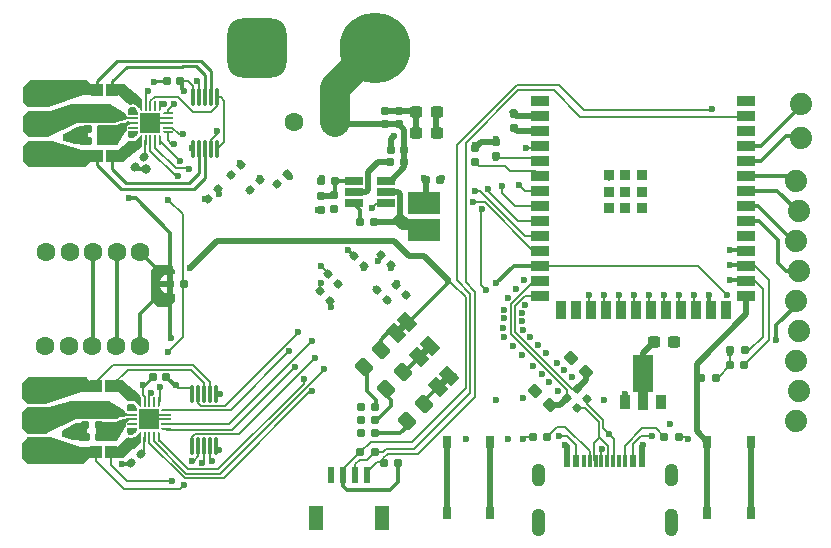
<source format=gbr>
%TF.GenerationSoftware,KiCad,Pcbnew,7.0.2*%
%TF.CreationDate,2023-05-16T16:20:18-04:00*%
%TF.ProjectId,mini_motor_go,6d696e69-5f6d-46f7-946f-725f676f2e6b,rev?*%
%TF.SameCoordinates,Original*%
%TF.FileFunction,Copper,L1,Top*%
%TF.FilePolarity,Positive*%
%FSLAX46Y46*%
G04 Gerber Fmt 4.6, Leading zero omitted, Abs format (unit mm)*
G04 Created by KiCad (PCBNEW 7.0.2) date 2023-05-16 16:20:18*
%MOMM*%
%LPD*%
G01*
G04 APERTURE LIST*
G04 Aperture macros list*
%AMRoundRect*
0 Rectangle with rounded corners*
0 $1 Rounding radius*
0 $2 $3 $4 $5 $6 $7 $8 $9 X,Y pos of 4 corners*
0 Add a 4 corners polygon primitive as box body*
4,1,4,$2,$3,$4,$5,$6,$7,$8,$9,$2,$3,0*
0 Add four circle primitives for the rounded corners*
1,1,$1+$1,$2,$3*
1,1,$1+$1,$4,$5*
1,1,$1+$1,$6,$7*
1,1,$1+$1,$8,$9*
0 Add four rect primitives between the rounded corners*
20,1,$1+$1,$2,$3,$4,$5,0*
20,1,$1+$1,$4,$5,$6,$7,0*
20,1,$1+$1,$6,$7,$8,$9,0*
20,1,$1+$1,$8,$9,$2,$3,0*%
%AMRotRect*
0 Rectangle, with rotation*
0 The origin of the aperture is its center*
0 $1 length*
0 $2 width*
0 $3 Rotation angle, in degrees counterclockwise*
0 Add horizontal line*
21,1,$1,$2,0,0,$3*%
%AMFreePoly0*
4,1,14,0.289644,0.110355,0.410355,-0.010356,0.425000,-0.045711,0.425000,-0.075000,0.410355,-0.110355,0.375000,-0.125000,-0.375000,-0.125000,-0.410355,-0.110355,-0.425000,-0.075000,-0.425000,0.075000,-0.410355,0.110355,-0.375000,0.125000,0.254289,0.125000,0.289644,0.110355,0.289644,0.110355,$1*%
%AMFreePoly1*
4,1,14,0.410355,0.110355,0.425000,0.075000,0.425000,0.045711,0.410355,0.010356,0.289644,-0.110355,0.254289,-0.125000,-0.375000,-0.125000,-0.410355,-0.110355,-0.425000,-0.075000,-0.425000,0.075000,-0.410355,0.110355,-0.375000,0.125000,0.375000,0.125000,0.410355,0.110355,0.410355,0.110355,$1*%
%AMFreePoly2*
4,1,14,0.110355,0.410355,0.125000,0.375000,0.125000,-0.375000,0.110355,-0.410355,0.075000,-0.425000,-0.075000,-0.425000,-0.110355,-0.410355,-0.125000,-0.375000,-0.125000,0.254289,-0.110355,0.289644,0.010356,0.410355,0.045711,0.425000,0.075000,0.425000,0.110355,0.410355,0.110355,0.410355,$1*%
%AMFreePoly3*
4,1,14,-0.010356,0.410355,0.110355,0.289644,0.125000,0.254289,0.125000,-0.375000,0.110355,-0.410355,0.075000,-0.425000,-0.075000,-0.425000,-0.110355,-0.410355,-0.125000,-0.375000,-0.125000,0.375000,-0.110355,0.410355,-0.075000,0.425000,-0.045711,0.425000,-0.010356,0.410355,-0.010356,0.410355,$1*%
%AMFreePoly4*
4,1,14,0.410355,0.110355,0.425000,0.075000,0.425000,-0.075000,0.410355,-0.110355,0.375000,-0.125000,-0.254289,-0.125000,-0.289644,-0.110355,-0.410355,0.010356,-0.425000,0.045711,-0.425000,0.075000,-0.410355,0.110355,-0.375000,0.125000,0.375000,0.125000,0.410355,0.110355,0.410355,0.110355,$1*%
%AMFreePoly5*
4,1,14,0.410355,0.110355,0.425000,0.075000,0.425000,-0.075000,0.410355,-0.110355,0.375000,-0.125000,-0.375000,-0.125000,-0.410355,-0.110355,-0.425000,-0.075000,-0.425000,-0.045711,-0.410355,-0.010356,-0.289644,0.110355,-0.254289,0.125000,0.375000,0.125000,0.410355,0.110355,0.410355,0.110355,$1*%
%AMFreePoly6*
4,1,14,0.110355,0.410355,0.125000,0.375000,0.125000,-0.254289,0.110355,-0.289644,-0.010356,-0.410355,-0.045711,-0.425000,-0.075000,-0.425000,-0.110355,-0.410355,-0.125000,-0.375000,-0.125000,0.375000,-0.110355,0.410355,-0.075000,0.425000,0.075000,0.425000,0.110355,0.410355,0.110355,0.410355,$1*%
%AMFreePoly7*
4,1,14,0.110355,0.410355,0.125000,0.375000,0.125000,-0.375000,0.110355,-0.410355,0.075000,-0.425000,0.045711,-0.425000,0.010356,-0.410355,-0.110355,-0.289644,-0.125000,-0.254289,-0.125000,0.375000,-0.110355,0.410355,-0.075000,0.425000,0.075000,0.425000,0.110355,0.410355,0.110355,0.410355,$1*%
%AMFreePoly8*
4,1,9,3.862500,-0.866500,0.737500,-0.866500,0.737500,-0.450000,-0.737500,-0.450000,-0.737500,0.450000,0.737500,0.450000,0.737500,0.866500,3.862500,0.866500,3.862500,-0.866500,3.862500,-0.866500,$1*%
G04 Aperture macros list end*
%TA.AperFunction,EtchedComponent*%
%ADD10C,0.010000*%
%TD*%
%TA.AperFunction,SMDPad,CuDef*%
%ADD11R,1.100000X1.000000*%
%TD*%
%TA.AperFunction,SMDPad,CuDef*%
%ADD12FreePoly0,90.000000*%
%TD*%
%TA.AperFunction,SMDPad,CuDef*%
%ADD13RoundRect,0.062500X0.062500X-0.362500X0.062500X0.362500X-0.062500X0.362500X-0.062500X-0.362500X0*%
%TD*%
%TA.AperFunction,SMDPad,CuDef*%
%ADD14FreePoly1,90.000000*%
%TD*%
%TA.AperFunction,SMDPad,CuDef*%
%ADD15FreePoly2,90.000000*%
%TD*%
%TA.AperFunction,SMDPad,CuDef*%
%ADD16RoundRect,0.062500X0.362500X-0.062500X0.362500X0.062500X-0.362500X0.062500X-0.362500X-0.062500X0*%
%TD*%
%TA.AperFunction,SMDPad,CuDef*%
%ADD17FreePoly3,90.000000*%
%TD*%
%TA.AperFunction,SMDPad,CuDef*%
%ADD18FreePoly4,90.000000*%
%TD*%
%TA.AperFunction,SMDPad,CuDef*%
%ADD19RoundRect,0.062500X0.062500X-0.350000X0.062500X0.350000X-0.062500X0.350000X-0.062500X-0.350000X0*%
%TD*%
%TA.AperFunction,SMDPad,CuDef*%
%ADD20FreePoly5,90.000000*%
%TD*%
%TA.AperFunction,SMDPad,CuDef*%
%ADD21FreePoly6,90.000000*%
%TD*%
%TA.AperFunction,SMDPad,CuDef*%
%ADD22FreePoly7,90.000000*%
%TD*%
%TA.AperFunction,ComponentPad*%
%ADD23C,0.600000*%
%TD*%
%TA.AperFunction,SMDPad,CuDef*%
%ADD24R,1.700000X1.700000*%
%TD*%
%TA.AperFunction,SMDPad,CuDef*%
%ADD25RoundRect,0.155000X0.040659X0.259862X-0.259862X-0.040659X-0.040659X-0.259862X0.259862X0.040659X0*%
%TD*%
%TA.AperFunction,SMDPad,CuDef*%
%ADD26RoundRect,0.160000X-0.160000X0.197500X-0.160000X-0.197500X0.160000X-0.197500X0.160000X0.197500X0*%
%TD*%
%TA.AperFunction,ComponentPad*%
%ADD27C,1.597660*%
%TD*%
%TA.AperFunction,SMDPad,CuDef*%
%ADD28RotRect,1.000000X1.500000X45.000000*%
%TD*%
%TA.AperFunction,SMDPad,CuDef*%
%ADD29RoundRect,0.030000X0.120000X-0.695000X0.120000X0.695000X-0.120000X0.695000X-0.120000X-0.695000X0*%
%TD*%
%TA.AperFunction,SMDPad,CuDef*%
%ADD30RoundRect,0.160000X0.026517X0.252791X-0.252791X-0.026517X-0.026517X-0.252791X0.252791X0.026517X0*%
%TD*%
%TA.AperFunction,SMDPad,CuDef*%
%ADD31RoundRect,0.250000X0.088388X-0.548008X0.548008X-0.088388X-0.088388X0.548008X-0.548008X0.088388X0*%
%TD*%
%TA.AperFunction,SMDPad,CuDef*%
%ADD32RoundRect,0.160000X0.197500X0.160000X-0.197500X0.160000X-0.197500X-0.160000X0.197500X-0.160000X0*%
%TD*%
%TA.AperFunction,SMDPad,CuDef*%
%ADD33RoundRect,0.160000X-0.197500X-0.160000X0.197500X-0.160000X0.197500X0.160000X-0.197500X0.160000X0*%
%TD*%
%TA.AperFunction,SMDPad,CuDef*%
%ADD34RoundRect,0.155000X-0.212500X-0.155000X0.212500X-0.155000X0.212500X0.155000X-0.212500X0.155000X0*%
%TD*%
%TA.AperFunction,SMDPad,CuDef*%
%ADD35R,2.800000X1.850000*%
%TD*%
%TA.AperFunction,SMDPad,CuDef*%
%ADD36RoundRect,0.160000X0.160000X-0.197500X0.160000X0.197500X-0.160000X0.197500X-0.160000X-0.197500X0*%
%TD*%
%TA.AperFunction,SMDPad,CuDef*%
%ADD37R,0.700000X1.000000*%
%TD*%
%TA.AperFunction,SMDPad,CuDef*%
%ADD38RoundRect,0.155000X0.212500X0.155000X-0.212500X0.155000X-0.212500X-0.155000X0.212500X-0.155000X0*%
%TD*%
%TA.AperFunction,SMDPad,CuDef*%
%ADD39RoundRect,0.160000X-0.026517X-0.252791X0.252791X0.026517X0.026517X0.252791X-0.252791X-0.026517X0*%
%TD*%
%TA.AperFunction,SMDPad,CuDef*%
%ADD40R,1.500000X0.900000*%
%TD*%
%TA.AperFunction,SMDPad,CuDef*%
%ADD41R,0.900000X1.500000*%
%TD*%
%TA.AperFunction,SMDPad,CuDef*%
%ADD42R,0.900000X0.900000*%
%TD*%
%TA.AperFunction,SMDPad,CuDef*%
%ADD43RoundRect,0.160000X-0.252791X0.026517X0.026517X-0.252791X0.252791X-0.026517X-0.026517X0.252791X0*%
%TD*%
%TA.AperFunction,SMDPad,CuDef*%
%ADD44RoundRect,0.160000X0.252791X-0.026517X-0.026517X0.252791X-0.252791X0.026517X0.026517X-0.252791X0*%
%TD*%
%TA.AperFunction,SMDPad,CuDef*%
%ADD45RoundRect,0.237500X0.380070X-0.044194X-0.044194X0.380070X-0.380070X0.044194X0.044194X-0.380070X0*%
%TD*%
%TA.AperFunction,SMDPad,CuDef*%
%ADD46RoundRect,0.237500X-0.300000X-0.237500X0.300000X-0.237500X0.300000X0.237500X-0.300000X0.237500X0*%
%TD*%
%TA.AperFunction,ComponentPad*%
%ADD47C,1.879600*%
%TD*%
%TA.AperFunction,SMDPad,CuDef*%
%ADD48R,1.560000X0.650000*%
%TD*%
%TA.AperFunction,SMDPad,CuDef*%
%ADD49R,0.600000X1.100000*%
%TD*%
%TA.AperFunction,SMDPad,CuDef*%
%ADD50R,0.300000X1.100000*%
%TD*%
%TA.AperFunction,ComponentPad*%
%ADD51O,0.950000X1.900000*%
%TD*%
%TA.AperFunction,ComponentPad*%
%ADD52O,0.800000X1.600000*%
%TD*%
%TA.AperFunction,SMDPad,CuDef*%
%ADD53RoundRect,0.155000X-0.155000X0.212500X-0.155000X-0.212500X0.155000X-0.212500X0.155000X0.212500X0*%
%TD*%
%TA.AperFunction,ComponentPad*%
%ADD54R,1.600000X1.600000*%
%TD*%
%TA.AperFunction,ComponentPad*%
%ADD55C,1.600000*%
%TD*%
%TA.AperFunction,SMDPad,CuDef*%
%ADD56RoundRect,0.237500X0.300000X0.237500X-0.300000X0.237500X-0.300000X-0.237500X0.300000X-0.237500X0*%
%TD*%
%TA.AperFunction,SMDPad,CuDef*%
%ADD57R,0.599440X1.348740*%
%TD*%
%TA.AperFunction,SMDPad,CuDef*%
%ADD58R,1.198880X1.998980*%
%TD*%
%TA.AperFunction,SMDPad,CuDef*%
%ADD59R,0.900000X1.300000*%
%TD*%
%TA.AperFunction,SMDPad,CuDef*%
%ADD60FreePoly8,90.000000*%
%TD*%
%TA.AperFunction,ComponentPad*%
%ADD61C,6.000000*%
%TD*%
%TA.AperFunction,ComponentPad*%
%ADD62RoundRect,1.250000X1.250000X1.250000X-1.250000X1.250000X-1.250000X-1.250000X1.250000X-1.250000X0*%
%TD*%
%TA.AperFunction,ViaPad*%
%ADD63C,0.600000*%
%TD*%
%TA.AperFunction,ViaPad*%
%ADD64C,0.800000*%
%TD*%
%TA.AperFunction,Conductor*%
%ADD65C,0.152000*%
%TD*%
%TA.AperFunction,Conductor*%
%ADD66C,0.200000*%
%TD*%
%TA.AperFunction,Conductor*%
%ADD67C,0.500000*%
%TD*%
%TA.AperFunction,Conductor*%
%ADD68C,0.300000*%
%TD*%
%TA.AperFunction,Conductor*%
%ADD69C,0.250000*%
%TD*%
%TA.AperFunction,Conductor*%
%ADD70C,2.500000*%
%TD*%
G04 APERTURE END LIST*
%TA.AperFunction,EtchedComponent*%
%TO.C,JP1*%
G36*
X151164797Y-83051748D02*
G01*
X150811243Y-83405302D01*
X150386979Y-82981038D01*
X150740533Y-82627484D01*
X151164797Y-83051748D01*
G37*
%TD.AperFunction*%
%TA.AperFunction,EtchedComponent*%
%TO.C,JP3*%
G36*
X147600312Y-78514842D02*
G01*
X147246758Y-78868396D01*
X146822494Y-78444132D01*
X147176048Y-78090578D01*
X147600312Y-78514842D01*
G37*
%TD.AperFunction*%
%TO.C,J11*%
D10*
X158776000Y-90021000D02*
X158802000Y-90023000D01*
X158828000Y-90026000D01*
X158854000Y-90031000D01*
X158879000Y-90037000D01*
X158905000Y-90044000D01*
X158929000Y-90053000D01*
X158953000Y-90063000D01*
X158977000Y-90074000D01*
X159000000Y-90087000D01*
X159022000Y-90101000D01*
X159044000Y-90115000D01*
X159065000Y-90131000D01*
X159085000Y-90148000D01*
X159104000Y-90166000D01*
X159122000Y-90185000D01*
X159139000Y-90205000D01*
X159155000Y-90226000D01*
X159169000Y-90248000D01*
X159183000Y-90270000D01*
X159196000Y-90293000D01*
X159207000Y-90317000D01*
X159217000Y-90341000D01*
X159226000Y-90365000D01*
X159233000Y-90391000D01*
X159239000Y-90416000D01*
X159244000Y-90442000D01*
X159247000Y-90468000D01*
X159249000Y-90494000D01*
X159250000Y-90520000D01*
X159250000Y-91320000D01*
X159249000Y-91346000D01*
X159247000Y-91372000D01*
X159244000Y-91398000D01*
X159239000Y-91424000D01*
X159233000Y-91449000D01*
X159226000Y-91475000D01*
X159217000Y-91499000D01*
X159207000Y-91523000D01*
X159196000Y-91547000D01*
X159183000Y-91570000D01*
X159169000Y-91592000D01*
X159155000Y-91614000D01*
X159139000Y-91635000D01*
X159122000Y-91655000D01*
X159104000Y-91674000D01*
X159085000Y-91692000D01*
X159065000Y-91709000D01*
X159044000Y-91725000D01*
X159022000Y-91739000D01*
X159000000Y-91753000D01*
X158977000Y-91766000D01*
X158953000Y-91777000D01*
X158929000Y-91787000D01*
X158905000Y-91796000D01*
X158879000Y-91803000D01*
X158854000Y-91809000D01*
X158828000Y-91814000D01*
X158802000Y-91817000D01*
X158776000Y-91819000D01*
X158750000Y-91820000D01*
X158724000Y-91819000D01*
X158698000Y-91817000D01*
X158672000Y-91814000D01*
X158646000Y-91809000D01*
X158621000Y-91803000D01*
X158595000Y-91796000D01*
X158571000Y-91787000D01*
X158547000Y-91777000D01*
X158523000Y-91766000D01*
X158500000Y-91753000D01*
X158478000Y-91739000D01*
X158456000Y-91725000D01*
X158435000Y-91709000D01*
X158415000Y-91692000D01*
X158396000Y-91674000D01*
X158378000Y-91655000D01*
X158361000Y-91635000D01*
X158345000Y-91614000D01*
X158331000Y-91592000D01*
X158317000Y-91570000D01*
X158304000Y-91547000D01*
X158293000Y-91523000D01*
X158283000Y-91499000D01*
X158274000Y-91475000D01*
X158267000Y-91449000D01*
X158261000Y-91424000D01*
X158256000Y-91398000D01*
X158253000Y-91372000D01*
X158251000Y-91346000D01*
X158250000Y-91320000D01*
X158250000Y-90520000D01*
X158251000Y-90494000D01*
X158253000Y-90468000D01*
X158256000Y-90442000D01*
X158261000Y-90416000D01*
X158267000Y-90391000D01*
X158274000Y-90365000D01*
X158283000Y-90341000D01*
X158293000Y-90317000D01*
X158304000Y-90293000D01*
X158317000Y-90270000D01*
X158331000Y-90248000D01*
X158345000Y-90226000D01*
X158361000Y-90205000D01*
X158378000Y-90185000D01*
X158396000Y-90166000D01*
X158415000Y-90148000D01*
X158435000Y-90131000D01*
X158456000Y-90115000D01*
X158478000Y-90101000D01*
X158500000Y-90087000D01*
X158523000Y-90074000D01*
X158547000Y-90063000D01*
X158571000Y-90053000D01*
X158595000Y-90044000D01*
X158621000Y-90037000D01*
X158646000Y-90031000D01*
X158672000Y-90026000D01*
X158698000Y-90023000D01*
X158724000Y-90021000D01*
X158750000Y-90020000D01*
X158776000Y-90021000D01*
%TA.AperFunction,EtchedComponent*%
G36*
X158776000Y-90021000D02*
G01*
X158802000Y-90023000D01*
X158828000Y-90026000D01*
X158854000Y-90031000D01*
X158879000Y-90037000D01*
X158905000Y-90044000D01*
X158929000Y-90053000D01*
X158953000Y-90063000D01*
X158977000Y-90074000D01*
X159000000Y-90087000D01*
X159022000Y-90101000D01*
X159044000Y-90115000D01*
X159065000Y-90131000D01*
X159085000Y-90148000D01*
X159104000Y-90166000D01*
X159122000Y-90185000D01*
X159139000Y-90205000D01*
X159155000Y-90226000D01*
X159169000Y-90248000D01*
X159183000Y-90270000D01*
X159196000Y-90293000D01*
X159207000Y-90317000D01*
X159217000Y-90341000D01*
X159226000Y-90365000D01*
X159233000Y-90391000D01*
X159239000Y-90416000D01*
X159244000Y-90442000D01*
X159247000Y-90468000D01*
X159249000Y-90494000D01*
X159250000Y-90520000D01*
X159250000Y-91320000D01*
X159249000Y-91346000D01*
X159247000Y-91372000D01*
X159244000Y-91398000D01*
X159239000Y-91424000D01*
X159233000Y-91449000D01*
X159226000Y-91475000D01*
X159217000Y-91499000D01*
X159207000Y-91523000D01*
X159196000Y-91547000D01*
X159183000Y-91570000D01*
X159169000Y-91592000D01*
X159155000Y-91614000D01*
X159139000Y-91635000D01*
X159122000Y-91655000D01*
X159104000Y-91674000D01*
X159085000Y-91692000D01*
X159065000Y-91709000D01*
X159044000Y-91725000D01*
X159022000Y-91739000D01*
X159000000Y-91753000D01*
X158977000Y-91766000D01*
X158953000Y-91777000D01*
X158929000Y-91787000D01*
X158905000Y-91796000D01*
X158879000Y-91803000D01*
X158854000Y-91809000D01*
X158828000Y-91814000D01*
X158802000Y-91817000D01*
X158776000Y-91819000D01*
X158750000Y-91820000D01*
X158724000Y-91819000D01*
X158698000Y-91817000D01*
X158672000Y-91814000D01*
X158646000Y-91809000D01*
X158621000Y-91803000D01*
X158595000Y-91796000D01*
X158571000Y-91787000D01*
X158547000Y-91777000D01*
X158523000Y-91766000D01*
X158500000Y-91753000D01*
X158478000Y-91739000D01*
X158456000Y-91725000D01*
X158435000Y-91709000D01*
X158415000Y-91692000D01*
X158396000Y-91674000D01*
X158378000Y-91655000D01*
X158361000Y-91635000D01*
X158345000Y-91614000D01*
X158331000Y-91592000D01*
X158317000Y-91570000D01*
X158304000Y-91547000D01*
X158293000Y-91523000D01*
X158283000Y-91499000D01*
X158274000Y-91475000D01*
X158267000Y-91449000D01*
X158261000Y-91424000D01*
X158256000Y-91398000D01*
X158253000Y-91372000D01*
X158251000Y-91346000D01*
X158250000Y-91320000D01*
X158250000Y-90520000D01*
X158251000Y-90494000D01*
X158253000Y-90468000D01*
X158256000Y-90442000D01*
X158261000Y-90416000D01*
X158267000Y-90391000D01*
X158274000Y-90365000D01*
X158283000Y-90341000D01*
X158293000Y-90317000D01*
X158304000Y-90293000D01*
X158317000Y-90270000D01*
X158331000Y-90248000D01*
X158345000Y-90226000D01*
X158361000Y-90205000D01*
X158378000Y-90185000D01*
X158396000Y-90166000D01*
X158415000Y-90148000D01*
X158435000Y-90131000D01*
X158456000Y-90115000D01*
X158478000Y-90101000D01*
X158500000Y-90087000D01*
X158523000Y-90074000D01*
X158547000Y-90063000D01*
X158571000Y-90053000D01*
X158595000Y-90044000D01*
X158621000Y-90037000D01*
X158646000Y-90031000D01*
X158672000Y-90026000D01*
X158698000Y-90023000D01*
X158724000Y-90021000D01*
X158750000Y-90020000D01*
X158776000Y-90021000D01*
G37*
%TD.AperFunction*%
X158776000Y-93821000D02*
X158802000Y-93823000D01*
X158828000Y-93826000D01*
X158854000Y-93831000D01*
X158879000Y-93837000D01*
X158905000Y-93844000D01*
X158929000Y-93853000D01*
X158953000Y-93863000D01*
X158977000Y-93874000D01*
X159000000Y-93887000D01*
X159022000Y-93901000D01*
X159044000Y-93915000D01*
X159065000Y-93931000D01*
X159085000Y-93948000D01*
X159104000Y-93966000D01*
X159122000Y-93985000D01*
X159139000Y-94005000D01*
X159155000Y-94026000D01*
X159169000Y-94048000D01*
X159183000Y-94070000D01*
X159196000Y-94093000D01*
X159207000Y-94117000D01*
X159217000Y-94141000D01*
X159226000Y-94165000D01*
X159233000Y-94191000D01*
X159239000Y-94216000D01*
X159244000Y-94242000D01*
X159247000Y-94268000D01*
X159249000Y-94294000D01*
X159250000Y-94320000D01*
X159250000Y-95520000D01*
X159249000Y-95546000D01*
X159247000Y-95572000D01*
X159244000Y-95598000D01*
X159239000Y-95624000D01*
X159233000Y-95649000D01*
X159226000Y-95675000D01*
X159217000Y-95699000D01*
X159207000Y-95723000D01*
X159196000Y-95747000D01*
X159183000Y-95770000D01*
X159169000Y-95792000D01*
X159155000Y-95814000D01*
X159139000Y-95835000D01*
X159122000Y-95855000D01*
X159104000Y-95874000D01*
X159085000Y-95892000D01*
X159065000Y-95909000D01*
X159044000Y-95925000D01*
X159022000Y-95939000D01*
X159000000Y-95953000D01*
X158977000Y-95966000D01*
X158953000Y-95977000D01*
X158929000Y-95987000D01*
X158905000Y-95996000D01*
X158879000Y-96003000D01*
X158854000Y-96009000D01*
X158828000Y-96014000D01*
X158802000Y-96017000D01*
X158776000Y-96019000D01*
X158750000Y-96020000D01*
X158724000Y-96019000D01*
X158698000Y-96017000D01*
X158672000Y-96014000D01*
X158646000Y-96009000D01*
X158621000Y-96003000D01*
X158595000Y-95996000D01*
X158571000Y-95987000D01*
X158547000Y-95977000D01*
X158523000Y-95966000D01*
X158500000Y-95953000D01*
X158478000Y-95939000D01*
X158456000Y-95925000D01*
X158435000Y-95909000D01*
X158415000Y-95892000D01*
X158396000Y-95874000D01*
X158378000Y-95855000D01*
X158361000Y-95835000D01*
X158345000Y-95814000D01*
X158331000Y-95792000D01*
X158317000Y-95770000D01*
X158304000Y-95747000D01*
X158293000Y-95723000D01*
X158283000Y-95699000D01*
X158274000Y-95675000D01*
X158267000Y-95649000D01*
X158261000Y-95624000D01*
X158256000Y-95598000D01*
X158253000Y-95572000D01*
X158251000Y-95546000D01*
X158250000Y-95520000D01*
X158250000Y-94320000D01*
X158251000Y-94294000D01*
X158253000Y-94268000D01*
X158256000Y-94242000D01*
X158261000Y-94216000D01*
X158267000Y-94191000D01*
X158274000Y-94165000D01*
X158283000Y-94141000D01*
X158293000Y-94117000D01*
X158304000Y-94093000D01*
X158317000Y-94070000D01*
X158331000Y-94048000D01*
X158345000Y-94026000D01*
X158361000Y-94005000D01*
X158378000Y-93985000D01*
X158396000Y-93966000D01*
X158415000Y-93948000D01*
X158435000Y-93931000D01*
X158456000Y-93915000D01*
X158478000Y-93901000D01*
X158500000Y-93887000D01*
X158523000Y-93874000D01*
X158547000Y-93863000D01*
X158571000Y-93853000D01*
X158595000Y-93844000D01*
X158621000Y-93837000D01*
X158646000Y-93831000D01*
X158672000Y-93826000D01*
X158698000Y-93823000D01*
X158724000Y-93821000D01*
X158750000Y-93820000D01*
X158776000Y-93821000D01*
%TA.AperFunction,EtchedComponent*%
G36*
X158776000Y-93821000D02*
G01*
X158802000Y-93823000D01*
X158828000Y-93826000D01*
X158854000Y-93831000D01*
X158879000Y-93837000D01*
X158905000Y-93844000D01*
X158929000Y-93853000D01*
X158953000Y-93863000D01*
X158977000Y-93874000D01*
X159000000Y-93887000D01*
X159022000Y-93901000D01*
X159044000Y-93915000D01*
X159065000Y-93931000D01*
X159085000Y-93948000D01*
X159104000Y-93966000D01*
X159122000Y-93985000D01*
X159139000Y-94005000D01*
X159155000Y-94026000D01*
X159169000Y-94048000D01*
X159183000Y-94070000D01*
X159196000Y-94093000D01*
X159207000Y-94117000D01*
X159217000Y-94141000D01*
X159226000Y-94165000D01*
X159233000Y-94191000D01*
X159239000Y-94216000D01*
X159244000Y-94242000D01*
X159247000Y-94268000D01*
X159249000Y-94294000D01*
X159250000Y-94320000D01*
X159250000Y-95520000D01*
X159249000Y-95546000D01*
X159247000Y-95572000D01*
X159244000Y-95598000D01*
X159239000Y-95624000D01*
X159233000Y-95649000D01*
X159226000Y-95675000D01*
X159217000Y-95699000D01*
X159207000Y-95723000D01*
X159196000Y-95747000D01*
X159183000Y-95770000D01*
X159169000Y-95792000D01*
X159155000Y-95814000D01*
X159139000Y-95835000D01*
X159122000Y-95855000D01*
X159104000Y-95874000D01*
X159085000Y-95892000D01*
X159065000Y-95909000D01*
X159044000Y-95925000D01*
X159022000Y-95939000D01*
X159000000Y-95953000D01*
X158977000Y-95966000D01*
X158953000Y-95977000D01*
X158929000Y-95987000D01*
X158905000Y-95996000D01*
X158879000Y-96003000D01*
X158854000Y-96009000D01*
X158828000Y-96014000D01*
X158802000Y-96017000D01*
X158776000Y-96019000D01*
X158750000Y-96020000D01*
X158724000Y-96019000D01*
X158698000Y-96017000D01*
X158672000Y-96014000D01*
X158646000Y-96009000D01*
X158621000Y-96003000D01*
X158595000Y-95996000D01*
X158571000Y-95987000D01*
X158547000Y-95977000D01*
X158523000Y-95966000D01*
X158500000Y-95953000D01*
X158478000Y-95939000D01*
X158456000Y-95925000D01*
X158435000Y-95909000D01*
X158415000Y-95892000D01*
X158396000Y-95874000D01*
X158378000Y-95855000D01*
X158361000Y-95835000D01*
X158345000Y-95814000D01*
X158331000Y-95792000D01*
X158317000Y-95770000D01*
X158304000Y-95747000D01*
X158293000Y-95723000D01*
X158283000Y-95699000D01*
X158274000Y-95675000D01*
X158267000Y-95649000D01*
X158261000Y-95624000D01*
X158256000Y-95598000D01*
X158253000Y-95572000D01*
X158251000Y-95546000D01*
X158250000Y-95520000D01*
X158250000Y-94320000D01*
X158251000Y-94294000D01*
X158253000Y-94268000D01*
X158256000Y-94242000D01*
X158261000Y-94216000D01*
X158267000Y-94191000D01*
X158274000Y-94165000D01*
X158283000Y-94141000D01*
X158293000Y-94117000D01*
X158304000Y-94093000D01*
X158317000Y-94070000D01*
X158331000Y-94048000D01*
X158345000Y-94026000D01*
X158361000Y-94005000D01*
X158378000Y-93985000D01*
X158396000Y-93966000D01*
X158415000Y-93948000D01*
X158435000Y-93931000D01*
X158456000Y-93915000D01*
X158478000Y-93901000D01*
X158500000Y-93887000D01*
X158523000Y-93874000D01*
X158547000Y-93863000D01*
X158571000Y-93853000D01*
X158595000Y-93844000D01*
X158621000Y-93837000D01*
X158646000Y-93831000D01*
X158672000Y-93826000D01*
X158698000Y-93823000D01*
X158724000Y-93821000D01*
X158750000Y-93820000D01*
X158776000Y-93821000D01*
G37*
%TD.AperFunction*%
X170016000Y-90021000D02*
X170042000Y-90023000D01*
X170068000Y-90026000D01*
X170094000Y-90031000D01*
X170119000Y-90037000D01*
X170145000Y-90044000D01*
X170169000Y-90053000D01*
X170193000Y-90063000D01*
X170217000Y-90074000D01*
X170240000Y-90087000D01*
X170262000Y-90101000D01*
X170284000Y-90115000D01*
X170305000Y-90131000D01*
X170325000Y-90148000D01*
X170344000Y-90166000D01*
X170362000Y-90185000D01*
X170379000Y-90205000D01*
X170395000Y-90226000D01*
X170409000Y-90248000D01*
X170423000Y-90270000D01*
X170436000Y-90293000D01*
X170447000Y-90317000D01*
X170457000Y-90341000D01*
X170466000Y-90365000D01*
X170473000Y-90391000D01*
X170479000Y-90416000D01*
X170484000Y-90442000D01*
X170487000Y-90468000D01*
X170489000Y-90494000D01*
X170490000Y-90520000D01*
X170490000Y-91320000D01*
X170489000Y-91346000D01*
X170487000Y-91372000D01*
X170484000Y-91398000D01*
X170479000Y-91424000D01*
X170473000Y-91449000D01*
X170466000Y-91475000D01*
X170457000Y-91499000D01*
X170447000Y-91523000D01*
X170436000Y-91547000D01*
X170423000Y-91570000D01*
X170409000Y-91592000D01*
X170395000Y-91614000D01*
X170379000Y-91635000D01*
X170362000Y-91655000D01*
X170344000Y-91674000D01*
X170325000Y-91692000D01*
X170305000Y-91709000D01*
X170284000Y-91725000D01*
X170262000Y-91739000D01*
X170240000Y-91753000D01*
X170217000Y-91766000D01*
X170193000Y-91777000D01*
X170169000Y-91787000D01*
X170145000Y-91796000D01*
X170119000Y-91803000D01*
X170094000Y-91809000D01*
X170068000Y-91814000D01*
X170042000Y-91817000D01*
X170016000Y-91819000D01*
X169990000Y-91820000D01*
X169964000Y-91819000D01*
X169938000Y-91817000D01*
X169912000Y-91814000D01*
X169886000Y-91809000D01*
X169861000Y-91803000D01*
X169835000Y-91796000D01*
X169811000Y-91787000D01*
X169787000Y-91777000D01*
X169763000Y-91766000D01*
X169740000Y-91753000D01*
X169718000Y-91739000D01*
X169696000Y-91725000D01*
X169675000Y-91709000D01*
X169655000Y-91692000D01*
X169636000Y-91674000D01*
X169618000Y-91655000D01*
X169601000Y-91635000D01*
X169585000Y-91614000D01*
X169571000Y-91592000D01*
X169557000Y-91570000D01*
X169544000Y-91547000D01*
X169533000Y-91523000D01*
X169523000Y-91499000D01*
X169514000Y-91475000D01*
X169507000Y-91449000D01*
X169501000Y-91424000D01*
X169496000Y-91398000D01*
X169493000Y-91372000D01*
X169491000Y-91346000D01*
X169490000Y-91320000D01*
X169490000Y-90520000D01*
X169491000Y-90494000D01*
X169493000Y-90468000D01*
X169496000Y-90442000D01*
X169501000Y-90416000D01*
X169507000Y-90391000D01*
X169514000Y-90365000D01*
X169523000Y-90341000D01*
X169533000Y-90317000D01*
X169544000Y-90293000D01*
X169557000Y-90270000D01*
X169571000Y-90248000D01*
X169585000Y-90226000D01*
X169601000Y-90205000D01*
X169618000Y-90185000D01*
X169636000Y-90166000D01*
X169655000Y-90148000D01*
X169675000Y-90131000D01*
X169696000Y-90115000D01*
X169718000Y-90101000D01*
X169740000Y-90087000D01*
X169763000Y-90074000D01*
X169787000Y-90063000D01*
X169811000Y-90053000D01*
X169835000Y-90044000D01*
X169861000Y-90037000D01*
X169886000Y-90031000D01*
X169912000Y-90026000D01*
X169938000Y-90023000D01*
X169964000Y-90021000D01*
X169990000Y-90020000D01*
X170016000Y-90021000D01*
%TA.AperFunction,EtchedComponent*%
G36*
X170016000Y-90021000D02*
G01*
X170042000Y-90023000D01*
X170068000Y-90026000D01*
X170094000Y-90031000D01*
X170119000Y-90037000D01*
X170145000Y-90044000D01*
X170169000Y-90053000D01*
X170193000Y-90063000D01*
X170217000Y-90074000D01*
X170240000Y-90087000D01*
X170262000Y-90101000D01*
X170284000Y-90115000D01*
X170305000Y-90131000D01*
X170325000Y-90148000D01*
X170344000Y-90166000D01*
X170362000Y-90185000D01*
X170379000Y-90205000D01*
X170395000Y-90226000D01*
X170409000Y-90248000D01*
X170423000Y-90270000D01*
X170436000Y-90293000D01*
X170447000Y-90317000D01*
X170457000Y-90341000D01*
X170466000Y-90365000D01*
X170473000Y-90391000D01*
X170479000Y-90416000D01*
X170484000Y-90442000D01*
X170487000Y-90468000D01*
X170489000Y-90494000D01*
X170490000Y-90520000D01*
X170490000Y-91320000D01*
X170489000Y-91346000D01*
X170487000Y-91372000D01*
X170484000Y-91398000D01*
X170479000Y-91424000D01*
X170473000Y-91449000D01*
X170466000Y-91475000D01*
X170457000Y-91499000D01*
X170447000Y-91523000D01*
X170436000Y-91547000D01*
X170423000Y-91570000D01*
X170409000Y-91592000D01*
X170395000Y-91614000D01*
X170379000Y-91635000D01*
X170362000Y-91655000D01*
X170344000Y-91674000D01*
X170325000Y-91692000D01*
X170305000Y-91709000D01*
X170284000Y-91725000D01*
X170262000Y-91739000D01*
X170240000Y-91753000D01*
X170217000Y-91766000D01*
X170193000Y-91777000D01*
X170169000Y-91787000D01*
X170145000Y-91796000D01*
X170119000Y-91803000D01*
X170094000Y-91809000D01*
X170068000Y-91814000D01*
X170042000Y-91817000D01*
X170016000Y-91819000D01*
X169990000Y-91820000D01*
X169964000Y-91819000D01*
X169938000Y-91817000D01*
X169912000Y-91814000D01*
X169886000Y-91809000D01*
X169861000Y-91803000D01*
X169835000Y-91796000D01*
X169811000Y-91787000D01*
X169787000Y-91777000D01*
X169763000Y-91766000D01*
X169740000Y-91753000D01*
X169718000Y-91739000D01*
X169696000Y-91725000D01*
X169675000Y-91709000D01*
X169655000Y-91692000D01*
X169636000Y-91674000D01*
X169618000Y-91655000D01*
X169601000Y-91635000D01*
X169585000Y-91614000D01*
X169571000Y-91592000D01*
X169557000Y-91570000D01*
X169544000Y-91547000D01*
X169533000Y-91523000D01*
X169523000Y-91499000D01*
X169514000Y-91475000D01*
X169507000Y-91449000D01*
X169501000Y-91424000D01*
X169496000Y-91398000D01*
X169493000Y-91372000D01*
X169491000Y-91346000D01*
X169490000Y-91320000D01*
X169490000Y-90520000D01*
X169491000Y-90494000D01*
X169493000Y-90468000D01*
X169496000Y-90442000D01*
X169501000Y-90416000D01*
X169507000Y-90391000D01*
X169514000Y-90365000D01*
X169523000Y-90341000D01*
X169533000Y-90317000D01*
X169544000Y-90293000D01*
X169557000Y-90270000D01*
X169571000Y-90248000D01*
X169585000Y-90226000D01*
X169601000Y-90205000D01*
X169618000Y-90185000D01*
X169636000Y-90166000D01*
X169655000Y-90148000D01*
X169675000Y-90131000D01*
X169696000Y-90115000D01*
X169718000Y-90101000D01*
X169740000Y-90087000D01*
X169763000Y-90074000D01*
X169787000Y-90063000D01*
X169811000Y-90053000D01*
X169835000Y-90044000D01*
X169861000Y-90037000D01*
X169886000Y-90031000D01*
X169912000Y-90026000D01*
X169938000Y-90023000D01*
X169964000Y-90021000D01*
X169990000Y-90020000D01*
X170016000Y-90021000D01*
G37*
%TD.AperFunction*%
X170016000Y-93821000D02*
X170042000Y-93823000D01*
X170068000Y-93826000D01*
X170094000Y-93831000D01*
X170119000Y-93837000D01*
X170145000Y-93844000D01*
X170169000Y-93853000D01*
X170193000Y-93863000D01*
X170217000Y-93874000D01*
X170240000Y-93887000D01*
X170262000Y-93901000D01*
X170284000Y-93915000D01*
X170305000Y-93931000D01*
X170325000Y-93948000D01*
X170344000Y-93966000D01*
X170362000Y-93985000D01*
X170379000Y-94005000D01*
X170395000Y-94026000D01*
X170409000Y-94048000D01*
X170423000Y-94070000D01*
X170436000Y-94093000D01*
X170447000Y-94117000D01*
X170457000Y-94141000D01*
X170466000Y-94165000D01*
X170473000Y-94191000D01*
X170479000Y-94216000D01*
X170484000Y-94242000D01*
X170487000Y-94268000D01*
X170489000Y-94294000D01*
X170490000Y-94320000D01*
X170490000Y-95520000D01*
X170489000Y-95546000D01*
X170487000Y-95572000D01*
X170484000Y-95598000D01*
X170479000Y-95624000D01*
X170473000Y-95649000D01*
X170466000Y-95675000D01*
X170457000Y-95699000D01*
X170447000Y-95723000D01*
X170436000Y-95747000D01*
X170423000Y-95770000D01*
X170409000Y-95792000D01*
X170395000Y-95814000D01*
X170379000Y-95835000D01*
X170362000Y-95855000D01*
X170344000Y-95874000D01*
X170325000Y-95892000D01*
X170305000Y-95909000D01*
X170284000Y-95925000D01*
X170262000Y-95939000D01*
X170240000Y-95953000D01*
X170217000Y-95966000D01*
X170193000Y-95977000D01*
X170169000Y-95987000D01*
X170145000Y-95996000D01*
X170119000Y-96003000D01*
X170094000Y-96009000D01*
X170068000Y-96014000D01*
X170042000Y-96017000D01*
X170016000Y-96019000D01*
X169990000Y-96020000D01*
X169964000Y-96019000D01*
X169938000Y-96017000D01*
X169912000Y-96014000D01*
X169886000Y-96009000D01*
X169861000Y-96003000D01*
X169835000Y-95996000D01*
X169811000Y-95987000D01*
X169787000Y-95977000D01*
X169763000Y-95966000D01*
X169740000Y-95953000D01*
X169718000Y-95939000D01*
X169696000Y-95925000D01*
X169675000Y-95909000D01*
X169655000Y-95892000D01*
X169636000Y-95874000D01*
X169618000Y-95855000D01*
X169601000Y-95835000D01*
X169585000Y-95814000D01*
X169571000Y-95792000D01*
X169557000Y-95770000D01*
X169544000Y-95747000D01*
X169533000Y-95723000D01*
X169523000Y-95699000D01*
X169514000Y-95675000D01*
X169507000Y-95649000D01*
X169501000Y-95624000D01*
X169496000Y-95598000D01*
X169493000Y-95572000D01*
X169491000Y-95546000D01*
X169490000Y-95520000D01*
X169490000Y-94320000D01*
X169491000Y-94294000D01*
X169493000Y-94268000D01*
X169496000Y-94242000D01*
X169501000Y-94216000D01*
X169507000Y-94191000D01*
X169514000Y-94165000D01*
X169523000Y-94141000D01*
X169533000Y-94117000D01*
X169544000Y-94093000D01*
X169557000Y-94070000D01*
X169571000Y-94048000D01*
X169585000Y-94026000D01*
X169601000Y-94005000D01*
X169618000Y-93985000D01*
X169636000Y-93966000D01*
X169655000Y-93948000D01*
X169675000Y-93931000D01*
X169696000Y-93915000D01*
X169718000Y-93901000D01*
X169740000Y-93887000D01*
X169763000Y-93874000D01*
X169787000Y-93863000D01*
X169811000Y-93853000D01*
X169835000Y-93844000D01*
X169861000Y-93837000D01*
X169886000Y-93831000D01*
X169912000Y-93826000D01*
X169938000Y-93823000D01*
X169964000Y-93821000D01*
X169990000Y-93820000D01*
X170016000Y-93821000D01*
%TA.AperFunction,EtchedComponent*%
G36*
X170016000Y-93821000D02*
G01*
X170042000Y-93823000D01*
X170068000Y-93826000D01*
X170094000Y-93831000D01*
X170119000Y-93837000D01*
X170145000Y-93844000D01*
X170169000Y-93853000D01*
X170193000Y-93863000D01*
X170217000Y-93874000D01*
X170240000Y-93887000D01*
X170262000Y-93901000D01*
X170284000Y-93915000D01*
X170305000Y-93931000D01*
X170325000Y-93948000D01*
X170344000Y-93966000D01*
X170362000Y-93985000D01*
X170379000Y-94005000D01*
X170395000Y-94026000D01*
X170409000Y-94048000D01*
X170423000Y-94070000D01*
X170436000Y-94093000D01*
X170447000Y-94117000D01*
X170457000Y-94141000D01*
X170466000Y-94165000D01*
X170473000Y-94191000D01*
X170479000Y-94216000D01*
X170484000Y-94242000D01*
X170487000Y-94268000D01*
X170489000Y-94294000D01*
X170490000Y-94320000D01*
X170490000Y-95520000D01*
X170489000Y-95546000D01*
X170487000Y-95572000D01*
X170484000Y-95598000D01*
X170479000Y-95624000D01*
X170473000Y-95649000D01*
X170466000Y-95675000D01*
X170457000Y-95699000D01*
X170447000Y-95723000D01*
X170436000Y-95747000D01*
X170423000Y-95770000D01*
X170409000Y-95792000D01*
X170395000Y-95814000D01*
X170379000Y-95835000D01*
X170362000Y-95855000D01*
X170344000Y-95874000D01*
X170325000Y-95892000D01*
X170305000Y-95909000D01*
X170284000Y-95925000D01*
X170262000Y-95939000D01*
X170240000Y-95953000D01*
X170217000Y-95966000D01*
X170193000Y-95977000D01*
X170169000Y-95987000D01*
X170145000Y-95996000D01*
X170119000Y-96003000D01*
X170094000Y-96009000D01*
X170068000Y-96014000D01*
X170042000Y-96017000D01*
X170016000Y-96019000D01*
X169990000Y-96020000D01*
X169964000Y-96019000D01*
X169938000Y-96017000D01*
X169912000Y-96014000D01*
X169886000Y-96009000D01*
X169861000Y-96003000D01*
X169835000Y-95996000D01*
X169811000Y-95987000D01*
X169787000Y-95977000D01*
X169763000Y-95966000D01*
X169740000Y-95953000D01*
X169718000Y-95939000D01*
X169696000Y-95925000D01*
X169675000Y-95909000D01*
X169655000Y-95892000D01*
X169636000Y-95874000D01*
X169618000Y-95855000D01*
X169601000Y-95835000D01*
X169585000Y-95814000D01*
X169571000Y-95792000D01*
X169557000Y-95770000D01*
X169544000Y-95747000D01*
X169533000Y-95723000D01*
X169523000Y-95699000D01*
X169514000Y-95675000D01*
X169507000Y-95649000D01*
X169501000Y-95624000D01*
X169496000Y-95598000D01*
X169493000Y-95572000D01*
X169491000Y-95546000D01*
X169490000Y-95520000D01*
X169490000Y-94320000D01*
X169491000Y-94294000D01*
X169493000Y-94268000D01*
X169496000Y-94242000D01*
X169501000Y-94216000D01*
X169507000Y-94191000D01*
X169514000Y-94165000D01*
X169523000Y-94141000D01*
X169533000Y-94117000D01*
X169544000Y-94093000D01*
X169557000Y-94070000D01*
X169571000Y-94048000D01*
X169585000Y-94026000D01*
X169601000Y-94005000D01*
X169618000Y-93985000D01*
X169636000Y-93966000D01*
X169655000Y-93948000D01*
X169675000Y-93931000D01*
X169696000Y-93915000D01*
X169718000Y-93901000D01*
X169740000Y-93887000D01*
X169763000Y-93874000D01*
X169787000Y-93863000D01*
X169811000Y-93853000D01*
X169835000Y-93844000D01*
X169861000Y-93837000D01*
X169886000Y-93831000D01*
X169912000Y-93826000D01*
X169938000Y-93823000D01*
X169964000Y-93821000D01*
X169990000Y-93820000D01*
X170016000Y-93821000D01*
G37*
%TD.AperFunction*%
%TA.AperFunction,EtchedComponent*%
%TO.C,JP2*%
G36*
X149531344Y-80551085D02*
G01*
X149177790Y-80904639D01*
X148753526Y-80480375D01*
X149107080Y-80126821D01*
X149531344Y-80551085D01*
G37*
%TD.AperFunction*%
%TD*%
D11*
%TO.P,R1,1,1*%
%TO.N,Net-(U3-in-1)*%
X122602301Y-89038832D03*
%TO.P,R1,2,2*%
%TO.N,Net-(U3-in+1)*%
X121302301Y-89038832D03*
%TD*%
%TO.P,R2,1,1*%
%TO.N,Net-(U3-in-2)*%
X122616183Y-83423249D03*
%TO.P,R2,2,2*%
%TO.N,Net-(U3-in+2)*%
X121316183Y-83423249D03*
%TD*%
%TO.P,R15,1,1*%
%TO.N,Net-(U2-W)*%
X122692299Y-63932415D03*
%TO.P,R15,2,2*%
%TO.N,Net-(U4-in+1)*%
X121392299Y-63932415D03*
%TD*%
%TO.P,R16,1,1*%
%TO.N,Net-(U2-U)*%
X122707923Y-58313966D03*
%TO.P,R16,2,2*%
%TO.N,Net-(U4-in+2)*%
X121407923Y-58313966D03*
%TD*%
D12*
%TO.P,U5,1,W*%
%TO.N,Net-(U3-in-1)*%
X125039938Y-87694093D03*
D13*
%TO.P,U5,2,VCP*%
%TO.N,Net-(U5-VCP)*%
X125439938Y-87694093D03*
%TO.P,U5,3,UH*%
%TO.N,m2_uh*%
X125839938Y-87694093D03*
%TO.P,U5,4,VH*%
%TO.N,m2_vh*%
X126239938Y-87694093D03*
D14*
%TO.P,U5,5,WH*%
%TO.N,m2_wh*%
X126639938Y-87694093D03*
D15*
%TO.P,U5,6,UL*%
%TO.N,m2_ul*%
X127289938Y-87044093D03*
D16*
%TO.P,U5,7,WL*%
%TO.N,m2_wl*%
X127289938Y-86644093D03*
%TO.P,U5,8,GND*%
%TO.N,GND*%
X127289938Y-86244093D03*
%TO.P,U5,9,GND*%
X127289938Y-85844093D03*
D17*
%TO.P,U5,10,VL*%
%TO.N,m2_vl*%
X127289938Y-85444093D03*
D18*
%TO.P,U5,11,VIO/STDBY*%
%TO.N,/motor_controls/standby*%
X126639938Y-84794093D03*
D13*
%TO.P,U5,12,DAIG*%
%TO.N,/motor_controls/motor_fault_detect*%
X126239938Y-84794093D03*
D19*
%TO.P,U5,13,1.8v_out*%
%TO.N,Net-(U3-ref_1)*%
X125839938Y-84806593D03*
D13*
%TO.P,U5,14,GND*%
%TO.N,GND*%
X125439938Y-84794093D03*
D20*
%TO.P,U5,15,U*%
%TO.N,Net-(U3-in-2)*%
X125039938Y-84794093D03*
D21*
%TO.P,U5,16,BRUV*%
%TO.N,GND*%
X124389938Y-85444093D03*
D16*
%TO.P,U5,17,V*%
%TO.N,Net-(U5-V)*%
X124389938Y-85844093D03*
%TO.P,U5,18,VS*%
%TO.N,+BATT*%
X124389938Y-86244093D03*
%TO.P,U5,19,NC*%
%TO.N,unconnected-(U5-NC-Pad19)*%
X124389938Y-86644093D03*
D22*
%TO.P,U5,20,BRW*%
%TO.N,GND*%
X124389938Y-87044093D03*
D23*
%TO.P,U5,21,PAD*%
X125389938Y-86644093D03*
X126289938Y-86644093D03*
D24*
X125839938Y-86244093D03*
D23*
X125389938Y-85844093D03*
X126289938Y-85844093D03*
%TD*%
D12*
%TO.P,U2,1,W*%
%TO.N,Net-(U2-W)*%
X125131600Y-62586400D03*
D13*
%TO.P,U2,2,VCP*%
%TO.N,Net-(U2-VCP)*%
X125531600Y-62586400D03*
%TO.P,U2,3,UH*%
%TO.N,m1_uh*%
X125931600Y-62586400D03*
%TO.P,U2,4,VH*%
%TO.N,m1_vh*%
X126331600Y-62586400D03*
D14*
%TO.P,U2,5,WH*%
%TO.N,m1_wh*%
X126731600Y-62586400D03*
D15*
%TO.P,U2,6,UL*%
%TO.N,m1_ul*%
X127381600Y-61936400D03*
D16*
%TO.P,U2,7,WL*%
%TO.N,m1_wl*%
X127381600Y-61536400D03*
%TO.P,U2,8,GND*%
%TO.N,GND*%
X127381600Y-61136400D03*
%TO.P,U2,9,GND*%
X127381600Y-60736400D03*
D17*
%TO.P,U2,10,VL*%
%TO.N,m1_vl*%
X127381600Y-60336400D03*
D18*
%TO.P,U2,11,VIO/STDBY*%
%TO.N,/motor_controls/standby*%
X126731600Y-59686400D03*
D13*
%TO.P,U2,12,DAIG*%
%TO.N,/motor_controls1/motor_fault_detect*%
X126331600Y-59686400D03*
D19*
%TO.P,U2,13,1.8v_out*%
%TO.N,Net-(U2-1.8v_out)*%
X125931600Y-59698900D03*
D13*
%TO.P,U2,14,GND*%
%TO.N,GND*%
X125531600Y-59686400D03*
D20*
%TO.P,U2,15,U*%
%TO.N,Net-(U2-U)*%
X125131600Y-59686400D03*
D21*
%TO.P,U2,16,BRUV*%
%TO.N,GND*%
X124481600Y-60336400D03*
D16*
%TO.P,U2,17,V*%
%TO.N,Net-(U2-V)*%
X124481600Y-60736400D03*
%TO.P,U2,18,VS*%
%TO.N,+BATT*%
X124481600Y-61136400D03*
%TO.P,U2,19,NC*%
%TO.N,unconnected-(U2-NC-Pad19)*%
X124481600Y-61536400D03*
D22*
%TO.P,U2,20,BRW*%
%TO.N,GND*%
X124481600Y-61936400D03*
D23*
%TO.P,U2,21,PAD*%
X125481600Y-61536400D03*
X126381600Y-61536400D03*
D24*
X125931600Y-61136400D03*
D23*
X125481600Y-60736400D03*
X126381600Y-60736400D03*
%TD*%
D25*
%TO.P,C2,1,1*%
%TO.N,Net-(U5-VCP)*%
X125104280Y-89164457D03*
%TO.P,C2,2,2*%
%TO.N,+BATT*%
X124301714Y-89967023D03*
%TD*%
D26*
%TO.P,R14,1,1*%
%TO.N,GND*%
X153416000Y-63246000D03*
%TO.P,R14,2,2*%
%TO.N,m1_wl*%
X153416000Y-64441000D03*
%TD*%
D27*
%TO.P,J4,1,1*%
%TO.N,GND*%
X117019000Y-80010000D03*
%TO.P,J4,2,2*%
%TO.N,m2_enc_cs*%
X119017980Y-80010000D03*
%TO.P,J4,3,3*%
%TO.N,enc_scl*%
X121016960Y-80010000D03*
%TO.P,J4,4,4*%
%TO.N,enc_sda*%
X123015940Y-80010000D03*
%TO.P,J4,5,5*%
%TO.N,+3.3V*%
X125014920Y-80010000D03*
%TD*%
D28*
%TO.P,JP1,1,A*%
%TO.N,Net-(D1-A)*%
X150316269Y-83476012D03*
%TO.P,JP1,2,B*%
%TO.N,gpio8*%
X151235507Y-82556774D03*
%TD*%
D29*
%TO.P,U4,1,out_1*%
%TO.N,m1_current_sense_u*%
X129570599Y-63370400D03*
%TO.P,U4,2,in-1*%
%TO.N,Net-(U2-W)*%
X130070599Y-63370400D03*
%TO.P,U4,3,in+1*%
%TO.N,Net-(U4-in+1)*%
X130570599Y-63370400D03*
%TO.P,U4,4,GND*%
%TO.N,GND*%
X131070599Y-63370400D03*
%TO.P,U4,5,ref_1*%
%TO.N,Net-(U2-1.8v_out)*%
X131570599Y-63370400D03*
%TO.P,U4,6,ref_2*%
X131570599Y-58970400D03*
%TO.P,U4,7,in+2*%
%TO.N,Net-(U4-in+2)*%
X131070599Y-58970400D03*
%TO.P,U4,8,in-2*%
%TO.N,Net-(U2-U)*%
X130570599Y-58970400D03*
%TO.P,U4,9,out_2*%
%TO.N,m1_current_sense_w*%
X130070599Y-58970400D03*
%TO.P,U4,10,VS*%
%TO.N,+3.3V*%
X129570599Y-58970400D03*
%TD*%
D30*
%TO.P,R7,1,1*%
%TO.N,GND*%
X135233210Y-65934790D03*
%TO.P,R7,2,2*%
%TO.N,m1_vh*%
X134388218Y-66779782D03*
%TD*%
D31*
%TO.P,<-3V3,1,K*%
%TO.N,Net-(D3-K)*%
X144001476Y-81810181D03*
%TO.P,<-3V3,2,A*%
%TO.N,Net-(D3-A)*%
X145451044Y-80360613D03*
%TD*%
%TO.P,<-Io8,1,K*%
%TO.N,Net-(D1-K)*%
X147614454Y-86368783D03*
%TO.P,<-Io8,2,A*%
%TO.N,Net-(D1-A)*%
X149064022Y-84919215D03*
%TD*%
D29*
%TO.P,U3,1,out_1*%
%TO.N,m2_current_sense_w*%
X129479524Y-88476458D03*
%TO.P,U3,2,in-1*%
%TO.N,Net-(U3-in-1)*%
X129979524Y-88476458D03*
%TO.P,U3,3,in+1*%
%TO.N,Net-(U3-in+1)*%
X130479524Y-88476458D03*
%TO.P,U3,4,GND*%
%TO.N,GND*%
X130979524Y-88476458D03*
%TO.P,U3,5,ref_1*%
%TO.N,Net-(U3-ref_1)*%
X131479524Y-88476458D03*
%TO.P,U3,6,ref_2*%
X131479524Y-84076458D03*
%TO.P,U3,7,in+2*%
%TO.N,Net-(U3-in+2)*%
X130979524Y-84076458D03*
%TO.P,U3,8,in-2*%
%TO.N,Net-(U3-in-2)*%
X130479524Y-84076458D03*
%TO.P,U3,9,out_2*%
%TO.N,m2_current_sense_u*%
X129979524Y-84076458D03*
%TO.P,U3,10,VS*%
%TO.N,+3.3V*%
X129479524Y-84076458D03*
%TD*%
D32*
%TO.P,R25,1,1*%
%TO.N,+3.3V*%
X173781468Y-82714817D03*
%TO.P,R25,2,2*%
%TO.N,Net-(U1-GPIO0{slash}BOOT)*%
X172586468Y-82714817D03*
%TD*%
D33*
%TO.P,R17,1,1*%
%TO.N,Net-(U7-EN)*%
X146242500Y-64472000D03*
%TO.P,R17,2,2*%
%TO.N,+BATT*%
X147437500Y-64472000D03*
%TD*%
D32*
%TO.P,R33,1,1*%
%TO.N,Net-(D3-K)*%
X144925100Y-85160104D03*
%TO.P,R33,2,2*%
%TO.N,GND*%
X143730100Y-85160104D03*
%TD*%
D34*
%TO.P,C6,1,1*%
%TO.N,GND*%
X120616900Y-62664000D03*
%TO.P,C6,2,2*%
%TO.N,+BATT*%
X121751900Y-62664000D03*
%TD*%
D35*
%TO.P,L1,1,1*%
%TO.N,+5V*%
X149098000Y-67883000D03*
%TO.P,L1,2,2*%
%TO.N,Net-(U7-SW)*%
X149098000Y-70183000D03*
%TD*%
D32*
%TO.P,R22,1,1*%
%TO.N,Net-(D2-K)*%
X144932658Y-86282843D03*
%TO.P,R22,2,2*%
%TO.N,GND*%
X143737658Y-86282843D03*
%TD*%
D30*
%TO.P,R5,1,1*%
%TO.N,GND*%
X133634815Y-64739185D03*
%TO.P,R5,2,2*%
%TO.N,m1_ul*%
X132789823Y-65584177D03*
%TD*%
D32*
%TO.P,R24,1,1*%
%TO.N,GND*%
X170642456Y-87745727D03*
%TO.P,R24,2,2*%
%TO.N,Net-(J11-CC2)*%
X169447456Y-87745727D03*
%TD*%
D28*
%TO.P,JP3,1,A*%
%TO.N,Net-(D3-A)*%
X146751784Y-78939106D03*
%TO.P,JP3,2,B*%
%TO.N,+3.3V*%
X147671022Y-78019868D03*
%TD*%
D36*
%TO.P,R19,1,1*%
%TO.N,+5V*%
X141485388Y-68458015D03*
%TO.P,R19,2,2*%
%TO.N,Net-(U7-VFB)*%
X141485388Y-67263015D03*
%TD*%
D34*
%TO.P,C13,1,1*%
%TO.N,Net-(C11-Pad2)*%
X146296573Y-63398198D03*
%TO.P,C13,2,2*%
%TO.N,+BATT*%
X147431573Y-63398198D03*
%TD*%
D37*
%TO.P,J7,1*%
%TO.N,Net-(U1-GPIO0{slash}BOOT)*%
X173084000Y-94138000D03*
%TO.P,J7,2*%
X173084000Y-88138000D03*
%TO.P,J7,3*%
%TO.N,GND*%
X176784000Y-94138000D03*
%TO.P,J7,4*%
X176784000Y-88138000D03*
%TD*%
D38*
%TO.P,C5,1,1*%
%TO.N,+BATT*%
X121749900Y-61643600D03*
%TO.P,C5,2,2*%
%TO.N,GND*%
X120614900Y-61643600D03*
%TD*%
D39*
%TO.P,R9,1,1*%
%TO.N,GND*%
X130779185Y-67594815D03*
%TO.P,R9,2,2*%
%TO.N,m1_uh*%
X131624177Y-66749823D03*
%TD*%
D40*
%TO.P,U1,1,GND*%
%TO.N,GND*%
X158890000Y-59260000D03*
%TO.P,U1,2,3V3*%
%TO.N,+3.3V*%
X158890000Y-60530000D03*
%TO.P,U1,3,EN*%
%TO.N,Net-(U1-EN)*%
X158890000Y-61800000D03*
%TO.P,U1,4,GPIO4/TOUCH4/ADC1_CH3*%
%TO.N,m1_current_sense_w*%
X158890000Y-63070000D03*
%TO.P,U1,5,GPIO5/TOUCH5/ADC1_CH4*%
%TO.N,m1_vl*%
X158890000Y-64340000D03*
%TO.P,U1,6,GPIO6/TOUCH6/ADC1_CH5*%
%TO.N,m1_wl*%
X158890000Y-65610000D03*
%TO.P,U1,7,GPIO7/TOUCH7/ADC1_CH6*%
%TO.N,m1_current_sense_u*%
X158890000Y-66880000D03*
%TO.P,U1,8,GPIO15/U0RTS/ADC2_CH4/XTAL_32K_P*%
%TO.N,m1_ul*%
X158890000Y-68150000D03*
%TO.P,U1,9,GPIO16/U0CTS/ADC2_CH5/XTAL_32K_N*%
%TO.N,m1_wh*%
X158890000Y-69420000D03*
%TO.P,U1,10,GPIO17/U1TXD/ADC2_CH6*%
%TO.N,m1_vh*%
X158890000Y-70690000D03*
%TO.P,U1,11,GPIO18/U1RXD/ADC2_CH7/CLK_OUT3*%
%TO.N,m1_uh*%
X158890000Y-71960000D03*
%TO.P,U1,12,GPIO8/TOUCH8/ADC1_CH7/SUBSPICS1*%
%TO.N,gpio8*%
X158890000Y-73230000D03*
%TO.P,U1,13,GPIO19/U1RTS/ADC2_CH8/CLK_OUT2/USB_D-*%
%TO.N,usb_d-*%
X158890000Y-74500000D03*
%TO.P,U1,14,GPIO20/U1CTS/ADC2_CH9/CLK_OUT1/USB_D+*%
%TO.N,usb_d+*%
X158890000Y-75770000D03*
D41*
%TO.P,U1,15,GPIO3/TOUCH3/ADC1_CH2*%
%TO.N,unconnected-(U1-GPIO3{slash}TOUCH3{slash}ADC1_CH2-Pad15)*%
X160655000Y-77020000D03*
%TO.P,U1,16,GPIO46*%
%TO.N,unconnected-(U1-GPIO46-Pad16)*%
X161925000Y-77020000D03*
%TO.P,U1,17,GPIO9/TOUCH9/ADC1_CH8/FSPIHD/SUBSPIHD*%
%TO.N,m2_uh*%
X163195000Y-77020000D03*
%TO.P,U1,18,GPIO10/TOUCH10/ADC1_CH9/FSPICS0/FSPIIO4/SUBSPICS0*%
%TO.N,m2_vh*%
X164465000Y-77020000D03*
%TO.P,U1,19,GPIO11/TOUCH11/ADC2_CH0/FSPID/FSPIIO5/SUBSPID*%
%TO.N,m2_wh*%
X165735000Y-77020000D03*
%TO.P,U1,20,GPIO12/TOUCH12/ADC2_CH1/FSPICLK/FSPIIO6/SUBSPICLK*%
%TO.N,m2_current_sense_w*%
X167005000Y-77020000D03*
%TO.P,U1,21,GPIO13/TOUCH13/ADC2_CH2/FSPIQ/FSPIIO7/SUBSPIQ*%
%TO.N,m2_ul*%
X168275000Y-77020000D03*
%TO.P,U1,22,GPIO14/TOUCH14/ADC2_CH3/FSPIWP/FSPIDQS/SUBSPIWP*%
%TO.N,m2_wl*%
X169545000Y-77020000D03*
%TO.P,U1,23,GPIO21*%
%TO.N,m2_vl*%
X170815000Y-77020000D03*
%TO.P,U1,24,GPIO47/SPICLK_P/SUBSPICLK_P_DIFF*%
%TO.N,m2_current_sense_u*%
X172085000Y-77020000D03*
%TO.P,U1,25,GPIO48/SPICLK_N/SUBSPICLK_N_DIFF*%
%TO.N,m2_enc_cs*%
X173355000Y-77020000D03*
%TO.P,U1,26,GPIO45*%
%TO.N,unconnected-(U1-GPIO45-Pad26)*%
X174625000Y-77020000D03*
D40*
%TO.P,U1,27,GPIO0/BOOT*%
%TO.N,Net-(U1-GPIO0{slash}BOOT)*%
X176390000Y-75770000D03*
%TO.P,U1,28,SPIIO6/GPIO35/FSPID/SUBSPID*%
%TO.N,enc_sda*%
X176390000Y-74500000D03*
%TO.P,U1,29,SPIIO7/GPIO36/FSPICLK/SUBSPICLK*%
%TO.N,enc_scl*%
X176390000Y-73230000D03*
%TO.P,U1,30,SPIDQS/GPIO37/FSPIQ/SUBSPIQ*%
%TO.N,m1_enc_cs*%
X176390000Y-71960000D03*
%TO.P,U1,31,GPIO38/FSPIWP/SUBSPIWP*%
%TO.N,gpio38*%
X176390000Y-70690000D03*
%TO.P,U1,32,MTCK/GPIO39/CLK_OUT3/SUBSPICS1*%
%TO.N,Net-(J9-Pin_6)*%
X176390000Y-69420000D03*
%TO.P,U1,33,MTDO/GPIO40/CLK_OUT2*%
%TO.N,Net-(J9-Pin_7)*%
X176390000Y-68150000D03*
%TO.P,U1,34,MTDI/GPIO41/CLK_OUT1*%
%TO.N,Net-(J9-Pin_8)*%
X176390000Y-66880000D03*
%TO.P,U1,35,MTMS/GPIO42*%
%TO.N,Net-(J9-Pin_9)*%
X176390000Y-65610000D03*
%TO.P,U1,36,U0RXD/GPIO44/CLK_OUT2*%
%TO.N,Net-(J10-Pin_1)*%
X176390000Y-64340000D03*
%TO.P,U1,37,U0TXD/GPIO43/CLK_OUT1*%
%TO.N,Net-(J10-Pin_2)*%
X176390000Y-63070000D03*
%TO.P,U1,38,GPIO2/TOUCH2/ADC1_CH1*%
%TO.N,sda*%
X176390000Y-61800000D03*
%TO.P,U1,39,GPIO1/TOUCH1/ADC1_CH0*%
%TO.N,scl*%
X176390000Y-60530000D03*
%TO.P,U1,40,GND*%
%TO.N,GND*%
X176390000Y-59260000D03*
D42*
%TO.P,U1,41,GND*%
X164740000Y-65580000D03*
X164740000Y-66980000D03*
X164740000Y-68380000D03*
X166140000Y-65580000D03*
X166140000Y-66980000D03*
X166140000Y-68380000D03*
X167540000Y-65580000D03*
X167540000Y-66980000D03*
X167540000Y-68380000D03*
%TD*%
D26*
%TO.P,R10,1,1*%
%TO.N,GND*%
X155194000Y-62738000D03*
%TO.P,R10,2,2*%
%TO.N,m1_vl*%
X155194000Y-63933000D03*
%TD*%
D33*
%TO.P,R23,1,1*%
%TO.N,GND*%
X158335161Y-87723495D03*
%TO.P,R23,2,2*%
%TO.N,Net-(J11-CC1)*%
X159530161Y-87723495D03*
%TD*%
D43*
%TO.P,R11,1,1*%
%TO.N,GND*%
X145437646Y-72329225D03*
%TO.P,R11,2,2*%
%TO.N,m2_wh*%
X146282638Y-73174217D03*
%TD*%
D44*
%TO.P,R3,1,1*%
%TO.N,GND*%
X147529735Y-75735409D03*
%TO.P,R3,2,2*%
%TO.N,m2_uh*%
X146684743Y-74890417D03*
%TD*%
D33*
%TO.P,R27,1,1*%
%TO.N,+3.3V*%
X175035536Y-80395264D03*
%TO.P,R27,2,2*%
%TO.N,enc_sda*%
X176230536Y-80395264D03*
%TD*%
%TO.P,R26,1,1*%
%TO.N,+3.3V*%
X175034864Y-81603353D03*
%TO.P,R26,2,2*%
%TO.N,enc_scl*%
X176229864Y-81603353D03*
%TD*%
D38*
%TO.P,C1,1,1*%
%TO.N,+BATT*%
X121565890Y-86727162D03*
%TO.P,C1,2,2*%
%TO.N,GND*%
X120430890Y-86727162D03*
%TD*%
D43*
%TO.P,R20,1,1*%
%TO.N,usb_d+*%
X162022197Y-83666041D03*
%TO.P,R20,2,2*%
%TO.N,Net-(J11-DP1)*%
X162867189Y-84511033D03*
%TD*%
D45*
%TO.P,C20,1,1*%
%TO.N,usb_d-*%
X159722421Y-85046421D03*
%TO.P,C20,2,2*%
%TO.N,GND*%
X158502661Y-83826661D03*
%TD*%
D34*
%TO.P,C3,1,1*%
%TO.N,GND*%
X120435690Y-87750768D03*
%TO.P,C3,2,2*%
%TO.N,+BATT*%
X121570690Y-87750768D03*
%TD*%
D46*
%TO.P,C18,1,1*%
%TO.N,+3.3V*%
X168539500Y-79712000D03*
%TO.P,C18,2,2*%
%TO.N,GND*%
X170264500Y-79712000D03*
%TD*%
D37*
%TO.P,J6,1*%
%TO.N,Net-(U1-EN)*%
X151024197Y-94152726D03*
%TO.P,J6,2*%
X151024197Y-88152726D03*
%TO.P,J6,3*%
%TO.N,GND*%
X154724197Y-94152726D03*
%TO.P,J6,4*%
X154724197Y-88152726D03*
%TD*%
D47*
%TO.P,J2,1,1*%
%TO.N,Net-(U3-in+1)*%
X116174213Y-88862054D03*
%TO.P,J2,2,2*%
%TO.N,Net-(U5-V)*%
X116428213Y-86322054D03*
%TO.P,J2,3,3*%
%TO.N,Net-(U3-in+2)*%
X116174213Y-83782054D03*
%TD*%
D43*
%TO.P,R13,1,1*%
%TO.N,GND*%
X140970856Y-73914856D03*
%TO.P,R13,2,2*%
%TO.N,m2_wl*%
X141815848Y-74759848D03*
%TD*%
D48*
%TO.P,U7,1,GND*%
%TO.N,GND*%
X145856000Y-67934001D03*
%TO.P,U7,2,SW*%
%TO.N,Net-(U7-SW)*%
X145856000Y-66984001D03*
%TO.P,U7,3,Vin*%
%TO.N,+BATT*%
X145856000Y-66034001D03*
%TO.P,U7,4,VFB*%
%TO.N,Net-(U7-VFB)*%
X143156000Y-66034001D03*
%TO.P,U7,5,EN*%
%TO.N,Net-(U7-EN)*%
X143156000Y-66984001D03*
%TO.P,U7,6,VBST*%
%TO.N,Net-(U7-VBST)*%
X143156000Y-67934001D03*
%TD*%
D38*
%TO.P,C8,1,1*%
%TO.N,+3.3V*%
X128465516Y-57615537D03*
%TO.P,C8,2,2*%
%TO.N,GND*%
X127330516Y-57615537D03*
%TD*%
D49*
%TO.P,J11,A1_B12,GND_A*%
%TO.N,GND*%
X161170000Y-89770000D03*
%TO.P,J11,A4_B9,VBUS_A*%
%TO.N,+5V*%
X161970000Y-89770000D03*
D50*
%TO.P,J11,A5,CC1*%
%TO.N,Net-(J11-CC1)*%
X163120000Y-89770000D03*
%TO.P,J11,A6,DP1*%
%TO.N,Net-(J11-DP1)*%
X164120000Y-89770000D03*
%TO.P,J11,A7,DN1*%
%TO.N,Net-(J11-DN1)*%
X164620000Y-89770000D03*
%TO.P,J11,A8,SBU1*%
%TO.N,unconnected-(J11-SBU1-PadA8)*%
X165620000Y-89770000D03*
D49*
%TO.P,J11,B1_A12,GND_B*%
%TO.N,GND*%
X167570000Y-89770000D03*
%TO.P,J11,B4_A9,VBUS_B*%
%TO.N,+5V*%
X166770000Y-89770000D03*
D50*
%TO.P,J11,B5,CC2*%
%TO.N,Net-(J11-CC2)*%
X166120000Y-89770000D03*
%TO.P,J11,B6,DP2*%
%TO.N,Net-(J11-DP1)*%
X165120000Y-89770000D03*
%TO.P,J11,B7,DN2*%
%TO.N,Net-(J11-DN1)*%
X163620000Y-89770000D03*
%TO.P,J11,B8,SBU2*%
%TO.N,unconnected-(J11-SBU2-PadB8)*%
X162620000Y-89770000D03*
D51*
%TO.P,J11,S1,SHELL_GND*%
%TO.N,unconnected-(J11-SHELL_GND-PadS1)*%
X158750000Y-94920000D03*
D52*
%TO.P,J11,S2,SHELL_GND*%
%TO.N,unconnected-(J11-SHELL_GND-PadS2)*%
X169990000Y-90920000D03*
%TO.P,J11,S3,SHELL_GND*%
%TO.N,unconnected-(J11-SHELL_GND-PadS3)*%
X158750000Y-90920000D03*
D51*
%TO.P,J11,S4,SHELL_GND*%
%TO.N,unconnected-(J11-SHELL_GND-PadS4)*%
X169990000Y-94920000D03*
%TD*%
D47*
%TO.P,J10,1,Pin_1*%
%TO.N,Net-(J10-Pin_1)*%
X180975000Y-62407800D03*
%TO.P,J10,2,Pin_2*%
%TO.N,Net-(J10-Pin_2)*%
X180975000Y-59512200D03*
%TD*%
D53*
%TO.P,C14,1,1*%
%TO.N,Net-(C11-Pad2)*%
X146936000Y-60138500D03*
%TO.P,C14,2,2*%
%TO.N,+BATT*%
X146936000Y-61273500D03*
%TD*%
D33*
%TO.P,R29,1,1*%
%TO.N,+3.3V*%
X143716150Y-88987791D03*
%TO.P,R29,2,2*%
%TO.N,sda*%
X144911150Y-88987791D03*
%TD*%
%TO.P,R31,1,1*%
%TO.N,+3.3V*%
X127612469Y-74754958D03*
%TO.P,R31,2,2*%
%TO.N,/motor_controls/standby*%
X128807469Y-74754958D03*
%TD*%
D26*
%TO.P,R30,1,1*%
%TO.N,+3.3V*%
X156723042Y-60354469D03*
%TO.P,R30,2,2*%
%TO.N,Net-(U1-EN)*%
X156723042Y-61549469D03*
%TD*%
D54*
%TO.P,C10,1,+*%
%TO.N,+BATT*%
X141585605Y-61085748D03*
D55*
%TO.P,C10,2,-*%
%TO.N,GND*%
X138085605Y-61085748D03*
%TD*%
D28*
%TO.P,JP2,1,A*%
%TO.N,Net-(D2-A)*%
X148682816Y-80975349D03*
%TO.P,JP2,2,B*%
%TO.N,gpio38*%
X149602054Y-80056111D03*
%TD*%
D34*
%TO.P,C17,1,1*%
%TO.N,+5V*%
X149292500Y-65984000D03*
%TO.P,C17,2,2*%
%TO.N,GND*%
X150427500Y-65984000D03*
%TD*%
D45*
%TO.P,C19,1,1*%
%TO.N,usb_d+*%
X162791634Y-82231208D03*
%TO.P,C19,2,2*%
%TO.N,GND*%
X161571874Y-81011448D03*
%TD*%
D44*
%TO.P,R6,1,1*%
%TO.N,GND*%
X145974749Y-76124749D03*
%TO.P,R6,2,2*%
%TO.N,m2_vh*%
X145129757Y-75279757D03*
%TD*%
D32*
%TO.P,R32,1,1*%
%TO.N,Net-(D1-K)*%
X144924463Y-87422886D03*
%TO.P,R32,2,2*%
%TO.N,GND*%
X143729463Y-87422886D03*
%TD*%
D34*
%TO.P,C16,1,1*%
%TO.N,+5V*%
X140402500Y-66046001D03*
%TO.P,C16,2,2*%
%TO.N,Net-(U7-VFB)*%
X141537500Y-66046001D03*
%TD*%
D53*
%TO.P,C12,1,1*%
%TO.N,Net-(C11-Pad2)*%
X145796000Y-60138501D03*
%TO.P,C12,2,2*%
%TO.N,+BATT*%
X145796000Y-61273501D03*
%TD*%
D56*
%TO.P,C11,1,1*%
%TO.N,+5V*%
X150176500Y-61998000D03*
%TO.P,C11,2,2*%
%TO.N,Net-(C11-Pad2)*%
X148451500Y-61998000D03*
%TD*%
D30*
%TO.P,R12,1,1*%
%TO.N,GND*%
X137473210Y-65426790D03*
%TO.P,R12,2,2*%
%TO.N,m1_wh*%
X136628218Y-66271782D03*
%TD*%
D56*
%TO.P,C9,1,1*%
%TO.N,+5V*%
X150176500Y-60190000D03*
%TO.P,C9,2,2*%
%TO.N,Net-(C11-Pad2)*%
X148451500Y-60190000D03*
%TD*%
D25*
%TO.P,C7,1,1*%
%TO.N,Net-(U2-VCP)*%
X125390615Y-64045637D03*
%TO.P,C7,2,2*%
%TO.N,+BATT*%
X124588049Y-64848203D03*
%TD*%
D27*
%TO.P,J3,1,1*%
%TO.N,GND*%
X117085040Y-72050910D03*
%TO.P,J3,2,2*%
%TO.N,m1_enc_cs*%
X119084020Y-72050910D03*
%TO.P,J3,3,3*%
%TO.N,enc_scl*%
X121083000Y-72050910D03*
%TO.P,J3,4,4*%
%TO.N,enc_sda*%
X123081980Y-72050910D03*
%TO.P,J3,5,5*%
%TO.N,+3.3V*%
X125080960Y-72050910D03*
%TD*%
D57*
%TO.P,J5,1,GND*%
%TO.N,GND*%
X141249400Y-90932000D03*
%TO.P,J5,2,VCC*%
%TO.N,+3.3V*%
X142250160Y-90932000D03*
%TO.P,J5,3,SDA*%
%TO.N,sda*%
X143245840Y-90932000D03*
%TO.P,J5,4,SCL*%
%TO.N,scl*%
X144246600Y-90932000D03*
D58*
%TO.P,J5,NC1*%
%TO.N,N/C*%
X145547080Y-94604840D03*
%TO.P,J5,NC2*%
X139948920Y-94604840D03*
%TD*%
D32*
%TO.P,R28,1,1*%
%TO.N,+3.3V*%
X146885250Y-89929808D03*
%TO.P,R28,2,2*%
%TO.N,scl*%
X145690250Y-89929808D03*
%TD*%
D31*
%TO.P,<-Io38,1,K*%
%TO.N,Net-(D2-K)*%
X145856402Y-83648731D03*
%TO.P,<-Io38,2,A*%
%TO.N,Net-(D2-A)*%
X147305970Y-82199163D03*
%TD*%
D43*
%TO.P,R21,1,1*%
%TO.N,usb_d-*%
X161236811Y-84398967D03*
%TO.P,R21,2,2*%
%TO.N,Net-(J11-DN1)*%
X162081803Y-85243959D03*
%TD*%
D47*
%TO.P,J1,1,1*%
%TO.N,Net-(U4-in+1)*%
X116257000Y-63754000D03*
%TO.P,J1,2,2*%
%TO.N,Net-(U2-V)*%
X116511000Y-61214000D03*
%TO.P,J1,3,3*%
%TO.N,Net-(U4-in+2)*%
X116257000Y-58674000D03*
%TD*%
D43*
%TO.P,R8,1,1*%
%TO.N,GND*%
X140314066Y-75395277D03*
%TO.P,R8,2,2*%
%TO.N,m2_vl*%
X141159058Y-76240269D03*
%TD*%
D38*
%TO.P,C15,1,1*%
%TO.N,Net-(U7-SW)*%
X144839500Y-69528000D03*
%TO.P,C15,2,2*%
%TO.N,Net-(U7-VBST)*%
X143704500Y-69528000D03*
%TD*%
D47*
%TO.P,J9,1,Pin_1*%
%TO.N,+3.3V*%
X180594000Y-86360000D03*
%TO.P,J9,2,Pin_2*%
%TO.N,+5V*%
X180848000Y-83820000D03*
%TO.P,J9,3,Pin_3*%
%TO.N,GND*%
X180594000Y-81280000D03*
%TO.P,J9,4,Pin_4*%
%TO.N,gpio8*%
X180848000Y-78740000D03*
%TO.P,J9,5,Pin_5*%
%TO.N,gpio38*%
X180594000Y-76200000D03*
%TO.P,J9,6,Pin_6*%
%TO.N,Net-(J9-Pin_6)*%
X180848000Y-73660000D03*
%TO.P,J9,7,Pin_7*%
%TO.N,Net-(J9-Pin_7)*%
X180594000Y-71120000D03*
%TO.P,J9,8,Pin_8*%
%TO.N,Net-(J9-Pin_8)*%
X180848000Y-68580000D03*
%TO.P,J9,9,Pin_9*%
%TO.N,Net-(J9-Pin_9)*%
X180594000Y-66040000D03*
%TD*%
D59*
%TO.P,U6,1,adj*%
%TO.N,GND*%
X166140001Y-84754000D03*
D60*
%TO.P,U6,2,out*%
%TO.N,+3.3V*%
X167640001Y-84666500D03*
D59*
%TO.P,U6,3,in*%
%TO.N,+5V*%
X169140001Y-84754000D03*
%TD*%
D38*
%TO.P,C4,1,1*%
%TO.N,+3.3V*%
X127292400Y-82641401D03*
%TO.P,C4,2,2*%
%TO.N,GND*%
X126157400Y-82641401D03*
%TD*%
D36*
%TO.P,R18,1,1*%
%TO.N,GND*%
X140374867Y-68481496D03*
%TO.P,R18,2,2*%
%TO.N,Net-(U7-VFB)*%
X140374867Y-67286496D03*
%TD*%
D43*
%TO.P,R4,1,1*%
%TO.N,GND*%
X143167761Y-72374741D03*
%TO.P,R4,2,2*%
%TO.N,m2_ul*%
X144012753Y-73219733D03*
%TD*%
D61*
%TO.P,J8,1,+*%
%TO.N,+BATT*%
X144924420Y-54825621D03*
D62*
%TO.P,J8,2,-*%
%TO.N,GND*%
X134924420Y-54825621D03*
%TD*%
D63*
%TO.N,+BATT*%
X122642802Y-87693201D03*
D64*
X125547547Y-65033667D03*
D63*
X123535134Y-90050134D03*
X122732800Y-62585600D03*
X122732800Y-61772800D03*
X122642802Y-86880401D03*
%TO.N,GND*%
X161544000Y-81026000D03*
X158320266Y-81709734D03*
X166098137Y-84059829D03*
X155194000Y-62484000D03*
D64*
X164740000Y-66980000D03*
D63*
X118782002Y-87439201D03*
X154686000Y-94234000D03*
D64*
X164740000Y-68380000D03*
D63*
X161620200Y-82677000D03*
X157462742Y-78681058D03*
X124401600Y-62188400D03*
X157418566Y-80808034D03*
X159044166Y-82433634D03*
D64*
X166140000Y-65580000D03*
D63*
X155888500Y-76987400D03*
X159435800Y-80645000D03*
X143737658Y-86282843D03*
X171450000Y-87884000D03*
X159704566Y-83094034D03*
D64*
X166140000Y-68380000D03*
D63*
X176784000Y-88138000D03*
X150622000Y-65786000D03*
X157480000Y-87884000D03*
X130556000Y-67564000D03*
X131579500Y-61783686D03*
X156895260Y-75208860D03*
X124351602Y-85176001D03*
D64*
X164735137Y-65597355D03*
D63*
X140385800Y-73253600D03*
X140091776Y-68498009D03*
X133477000Y-64500100D03*
X156669266Y-80058734D03*
X157391500Y-77952600D03*
D64*
X166140000Y-66980000D03*
D63*
X147574000Y-75692000D03*
X143764000Y-85090000D03*
X143764000Y-87376000D03*
X160419981Y-83809449D03*
D64*
X167540000Y-66980000D03*
D63*
X155855266Y-79244734D03*
X137773210Y-65697500D03*
D64*
X167540000Y-68380000D03*
X176433522Y-59281986D03*
D63*
X170264500Y-79712000D03*
X141249400Y-90932000D03*
X119727546Y-62136006D03*
X155888500Y-77698600D03*
X153416000Y-62992000D03*
X157556200Y-74447400D03*
X158496000Y-83820000D03*
X124311602Y-87296001D03*
X124441600Y-60068400D03*
X125301405Y-83368760D03*
X160934400Y-82042000D03*
X118872000Y-62331600D03*
X157391500Y-77216000D03*
X142675020Y-71882000D03*
X161036000Y-88392000D03*
X144703800Y-68376800D03*
X157671040Y-76568840D03*
X145188308Y-72827500D03*
X140394500Y-74690257D03*
D64*
X167540000Y-65580000D03*
D63*
X126238000Y-57658000D03*
X158085042Y-79303358D03*
X167640000Y-88392000D03*
X158890000Y-59260000D03*
X156176735Y-75927384D03*
X131114800Y-89763600D03*
X119637548Y-87243607D03*
X155800000Y-78500000D03*
X125730000Y-58420000D03*
X158707342Y-79925658D03*
X146050000Y-76200000D03*
X160324800Y-81457800D03*
X135233210Y-65793500D03*
X154686000Y-88138000D03*
%TO.N,+3.3V*%
X175034864Y-80587353D03*
X175006000Y-81534000D03*
X156718000Y-60198000D03*
X127660587Y-79349413D03*
X151130000Y-74422000D03*
X173793010Y-82665372D03*
X127612469Y-73406000D03*
X128778000Y-58420000D03*
X128071231Y-83366191D03*
X168539500Y-79712000D03*
X129286000Y-73406000D03*
X124129800Y-67538600D03*
%TO.N,Net-(U3-in-1)*%
X127762000Y-91423500D03*
X129427830Y-89727500D03*
%TO.N,Net-(U3-in+1)*%
X130327526Y-89902900D03*
X128797390Y-91760974D03*
%TO.N,Net-(U3-ref_1)*%
X131775200Y-88823800D03*
X131828458Y-84076458D03*
X125943348Y-83998850D03*
%TO.N,/motor_controls/standby*%
X127421731Y-80513000D03*
X127457200Y-67640200D03*
X127104261Y-59503500D03*
X126746000Y-83535101D03*
%TO.N,+5V*%
X149860000Y-67564000D03*
X160528000Y-87630000D03*
X149098000Y-65786000D03*
X169926000Y-86614000D03*
X157480000Y-84455000D03*
X140462000Y-65786000D03*
X156210000Y-87884000D03*
X164338000Y-84582000D03*
X169164000Y-84836000D03*
X149098000Y-67571500D03*
X152654000Y-87884000D03*
X148336000Y-67564000D03*
X141485388Y-68458015D03*
X168402000Y-87630000D03*
X155194000Y-84582000D03*
X150114000Y-61976000D03*
X150114000Y-60198000D03*
%TO.N,Net-(C11-Pad2)*%
X146558000Y-62230000D03*
X148451500Y-61998000D03*
%TO.N,m1_enc_cs*%
X175006000Y-71882000D03*
%TO.N,m2_enc_cs*%
X173228000Y-75692000D03*
%TO.N,m2_uh*%
X146812000Y-74676000D03*
X163068000Y-75692000D03*
X139649200Y-83845400D03*
%TO.N,m2_ul*%
X144018000Y-73406000D03*
X138203093Y-81815093D03*
X168148000Y-75692000D03*
%TO.N,m2_vh*%
X145034000Y-75184000D03*
X140616093Y-81942093D03*
X164338000Y-75692000D03*
%TO.N,m2_vl*%
X137693400Y-80492600D03*
X141224000Y-76708000D03*
X170688000Y-75692000D03*
%TO.N,m2_wh*%
X146325825Y-73437908D03*
X165608000Y-75692000D03*
X138938000Y-82804000D03*
%TO.N,m2_wl*%
X141925161Y-74780509D03*
X139624953Y-79579353D03*
X169418000Y-75692000D03*
%TO.N,m1_uh*%
X128295400Y-65618700D03*
X131719294Y-67152494D03*
X153263600Y-67818000D03*
%TO.N,m1_ul*%
X155702000Y-66446400D03*
X132789823Y-65584177D03*
X127939800Y-62941200D03*
%TO.N,m1_vh*%
X134388218Y-66869500D03*
X129235200Y-65043200D03*
X153441400Y-66862500D03*
%TO.N,m1_vl*%
X155194000Y-64075500D03*
X127939800Y-59503500D03*
%TO.N,m1_wh*%
X136628218Y-66271782D03*
X128422400Y-64397700D03*
X154542492Y-66702873D03*
%TO.N,m1_wl*%
X153416000Y-64441000D03*
X128676400Y-62052200D03*
%TO.N,Net-(J11-DP1)*%
X164800000Y-87517500D03*
X164126101Y-88722573D03*
%TO.N,Net-(U1-EN)*%
X151024197Y-88152726D03*
X158890000Y-61800000D03*
X153984620Y-68438500D03*
X154305000Y-75285600D03*
%TO.N,m2_current_sense_u*%
X138404600Y-78816200D03*
X171958000Y-75692000D03*
%TO.N,m2_current_sense_w*%
X139864559Y-81063559D03*
X166878000Y-75692000D03*
%TO.N,m1_current_sense_w*%
X129908326Y-57568045D03*
X157734000Y-63246000D03*
%TO.N,m1_current_sense_u*%
X129421099Y-63280167D03*
X157124400Y-66370200D03*
%TO.N,enc_scl*%
X175006000Y-73152000D03*
%TO.N,enc_sda*%
X175006000Y-74422000D03*
%TO.N,sda*%
X176390000Y-61800000D03*
X173482000Y-59930500D03*
%TO.N,gpio8*%
X174752000Y-75692000D03*
X151638000Y-82550000D03*
X155194000Y-74735500D03*
%TO.N,gpio38*%
X178907500Y-79502000D03*
X176390000Y-70690000D03*
X149860000Y-80010000D03*
%TD*%
D65*
%TO.N,Net-(J11-CC2)*%
X166120000Y-88458188D02*
X166120000Y-89770000D01*
X167578188Y-87000000D02*
X166120000Y-88458188D01*
X168701729Y-87000000D02*
X167578188Y-87000000D01*
X169447456Y-87745727D02*
X168701729Y-87000000D01*
%TO.N,Net-(J11-DN1)*%
X163500000Y-89650000D02*
X163620000Y-89770000D01*
X163935013Y-87822963D02*
X163500000Y-88257976D01*
X163500000Y-88257976D02*
X163500000Y-89650000D01*
X163939371Y-87721255D02*
X163935013Y-87721255D01*
X164702101Y-88483985D02*
X163939371Y-87721255D01*
X164694000Y-88969262D02*
X164702101Y-88961161D01*
X164694000Y-89696000D02*
X164694000Y-88969262D01*
X164702101Y-88961161D02*
X164702101Y-88483985D01*
X164620000Y-89770000D02*
X164694000Y-89696000D01*
X163935013Y-87721255D02*
X163935013Y-87822963D01*
%TO.N,Net-(J11-DP1)*%
X164265758Y-86297955D02*
X162867189Y-84899385D01*
X164265758Y-86983258D02*
X164265758Y-86297955D01*
X162867189Y-84899385D02*
X162867189Y-84511033D01*
X165200000Y-89690000D02*
X165120000Y-89770000D01*
X165200000Y-87917500D02*
X165200000Y-89690000D01*
X164800000Y-87517500D02*
X165200000Y-87917500D01*
X164800000Y-87517500D02*
X164265758Y-86983258D01*
%TO.N,Net-(J11-CC1)*%
X163120000Y-88952000D02*
X163120000Y-89770000D01*
X161068000Y-86900000D02*
X163120000Y-88952000D01*
X160353656Y-86900000D02*
X161068000Y-86900000D01*
X159530161Y-87723495D02*
X160353656Y-86900000D01*
D66*
%TO.N,scl*%
X144246600Y-90703400D02*
X144246600Y-90932000D01*
X145121792Y-89828208D02*
X144246600Y-90703400D01*
X145664850Y-89828208D02*
X145121792Y-89828208D01*
X146050000Y-89154000D02*
X145664850Y-89539150D01*
X145664850Y-89539150D02*
X145664850Y-89828208D01*
X153416000Y-84328000D02*
X148590000Y-89154000D01*
X153416000Y-75418463D02*
X153416000Y-84328000D01*
X152637000Y-74639463D02*
X153416000Y-75418463D01*
X157081830Y-58360000D02*
X152637000Y-62804830D01*
X152637000Y-62804830D02*
X152637000Y-74639463D01*
X162330000Y-60600000D02*
X160090000Y-58360000D01*
X176320000Y-60600000D02*
X162330000Y-60600000D01*
X176390000Y-60530000D02*
X176320000Y-60600000D01*
X148590000Y-89154000D02*
X146050000Y-89154000D01*
X160090000Y-58360000D02*
X157081830Y-58360000D01*
%TO.N,sda*%
X145650523Y-88987791D02*
X144911150Y-88987791D01*
X145884315Y-88754000D02*
X145650523Y-88987791D01*
X148228000Y-88754000D02*
X145884315Y-88754000D01*
X153016000Y-83966000D02*
X148228000Y-88754000D01*
X153016000Y-75584149D02*
X153016000Y-83966000D01*
X151892000Y-74460149D02*
X153016000Y-75584149D01*
X151892000Y-62984144D02*
X151892000Y-74460149D01*
X156964144Y-57912000D02*
X151892000Y-62984144D01*
X173407000Y-60005500D02*
X162621500Y-60005500D01*
X173482000Y-59930500D02*
X173407000Y-60005500D01*
X162621500Y-60005500D02*
X160528000Y-57912000D01*
X160528000Y-57912000D02*
X156964144Y-57912000D01*
D67*
%TO.N,+3.3V*%
X167640001Y-80611499D02*
X168539500Y-79712000D01*
X167640001Y-84666500D02*
X167640001Y-80611499D01*
D66*
%TO.N,GND*%
X145188308Y-72827500D02*
X145437646Y-72578162D01*
X145437646Y-72578162D02*
X145437646Y-72329225D01*
%TO.N,Net-(U3-in+2)*%
X130979524Y-83113838D02*
X130979524Y-84076458D01*
X129497087Y-81631401D02*
X130979524Y-83113838D01*
X122758031Y-81631401D02*
X129497087Y-81631401D01*
X121316183Y-83073249D02*
X122758031Y-81631401D01*
X121316183Y-83423249D02*
X121316183Y-83073249D01*
%TO.N,Net-(U3-in-2)*%
X129331401Y-82031401D02*
X130479524Y-83179524D01*
X124008031Y-82031401D02*
X129331401Y-82031401D01*
X130479524Y-83179524D02*
X130479524Y-84076458D01*
X122616183Y-83423249D02*
X124008031Y-82031401D01*
%TO.N,Net-(U3-in+1)*%
X130429524Y-88526458D02*
X130479524Y-88476458D01*
X130426719Y-89403971D02*
X130429524Y-89401166D01*
X130426719Y-89803707D02*
X130426719Y-89403971D01*
X130327526Y-89902900D02*
X130426719Y-89803707D01*
X130429524Y-89401166D02*
X130429524Y-88526458D01*
X128458364Y-92100000D02*
X123663469Y-92100000D01*
X121302301Y-89738832D02*
X121302301Y-89038832D01*
X128797390Y-91760974D02*
X128458364Y-92100000D01*
X123663469Y-92100000D02*
X121302301Y-89738832D01*
D65*
%TO.N,/motor_controls/standby*%
X128710000Y-68893000D02*
X127457200Y-67640200D01*
X128710000Y-79224731D02*
X128710000Y-68893000D01*
X127421731Y-80513000D02*
X128710000Y-79224731D01*
%TO.N,Net-(U2-1.8v_out)*%
X132200000Y-62740999D02*
X131570599Y-63370400D01*
X132200000Y-59302000D02*
X132200000Y-62740999D01*
X131868400Y-58970400D02*
X132200000Y-59302000D01*
X131570599Y-58970400D02*
X131868400Y-58970400D01*
D67*
%TO.N,+BATT*%
X145796000Y-61273501D02*
X141773358Y-61273501D01*
X141773358Y-61273501D02*
X141585605Y-61085748D01*
X147437500Y-64472000D02*
X147437500Y-63404125D01*
X145856000Y-66034001D02*
X146311000Y-66034001D01*
D68*
X123535134Y-90050134D02*
X123579618Y-90005650D01*
D69*
X124588049Y-64898049D02*
X124588049Y-64848203D01*
D67*
X147431573Y-61769073D02*
X147431573Y-63398198D01*
X146936000Y-61273500D02*
X145796001Y-61273500D01*
X147437500Y-64907501D02*
X147437500Y-64472000D01*
X146936000Y-61273500D02*
X147431573Y-61769073D01*
X145796001Y-61273500D02*
X145796000Y-61273501D01*
D68*
X124723667Y-65033667D02*
X124588049Y-64898049D01*
D69*
X124498051Y-90005650D02*
X124498051Y-89955804D01*
D67*
X146311000Y-66034001D02*
X147437500Y-64907501D01*
D70*
X141585605Y-61085748D02*
X141585605Y-58164436D01*
D68*
X123579618Y-90005650D02*
X124498051Y-90005650D01*
D70*
X141585605Y-58164436D02*
X144924420Y-54825621D01*
D67*
X147437500Y-63404125D02*
X147431573Y-63398198D01*
D68*
X125547547Y-65033667D02*
X124723667Y-65033667D01*
%TO.N,GND*%
X161170000Y-88526000D02*
X161036000Y-88392000D01*
D65*
X131070599Y-62622651D02*
X131070599Y-63370400D01*
D67*
X167570000Y-89770000D02*
X167570000Y-88462000D01*
D65*
X171450000Y-87884000D02*
X171311727Y-87745727D01*
X131579500Y-62113750D02*
X131070599Y-62622651D01*
D66*
X140314066Y-74770691D02*
X140314066Y-75395277D01*
D65*
X171311727Y-87745727D02*
X170642456Y-87745727D01*
X125301405Y-83368760D02*
X125301405Y-84201778D01*
X125531600Y-59686400D02*
X125531600Y-58618400D01*
D66*
X140970856Y-73838656D02*
X140385800Y-73253600D01*
D65*
X131579500Y-61783686D02*
X131579500Y-62113750D01*
D66*
X140394500Y-74690257D02*
X140314066Y-74770691D01*
X145146599Y-67934001D02*
X144703800Y-68376800D01*
D65*
X125531600Y-58618400D02*
X125730000Y-58420000D01*
D66*
X145856000Y-67934001D02*
X145146599Y-67934001D01*
D67*
X154686000Y-88138000D02*
X154724197Y-88152726D01*
D65*
X130980601Y-89629401D02*
X130980601Y-88478001D01*
D69*
X125430041Y-83368760D02*
X126157400Y-82641401D01*
D67*
X154724197Y-94152726D02*
X154686000Y-94234000D01*
D65*
X126539938Y-85844093D02*
X126389938Y-85694093D01*
X126631600Y-60736400D02*
X126481600Y-60586400D01*
D67*
X154686000Y-94234000D02*
X154686000Y-88138000D01*
D68*
X167570000Y-88462000D02*
X167640000Y-88392000D01*
D65*
X127289938Y-85844093D02*
X126539938Y-85844093D01*
D69*
X127330516Y-57615537D02*
X126280463Y-57615537D01*
X125301405Y-83368760D02*
X125430041Y-83368760D01*
D66*
X140970856Y-73914856D02*
X140970856Y-73838656D01*
D67*
X161170000Y-89770000D02*
X161170000Y-88526000D01*
D65*
X127289938Y-86244093D02*
X125839938Y-86244093D01*
X131114800Y-89763600D02*
X130980601Y-89629401D01*
X157480000Y-87884000D02*
X157640505Y-87723495D01*
D69*
X126280463Y-57615537D02*
X126238000Y-57658000D01*
D67*
X153416000Y-63246000D02*
X153924000Y-62738000D01*
X153924000Y-62738000D02*
X155194000Y-62738000D01*
D66*
X143819499Y-87431000D02*
X143819000Y-87431000D01*
D65*
X127381600Y-60736400D02*
X126631600Y-60736400D01*
D68*
X142675020Y-71882000D02*
X143167761Y-72374741D01*
D65*
X124491600Y-62098400D02*
X124401600Y-62188400D01*
D66*
X143819000Y-87431000D02*
X143764000Y-87376000D01*
D65*
X157640505Y-87723495D02*
X158335161Y-87723495D01*
X125301405Y-84201778D02*
X125441602Y-84341975D01*
X125441602Y-84341975D02*
X125441602Y-84794001D01*
X124401602Y-87206001D02*
X124311602Y-87296001D01*
X127381600Y-61136400D02*
X125931600Y-61136400D01*
D67*
X176784000Y-94138000D02*
X176784000Y-88138000D01*
D65*
%TO.N,Net-(U5-VCP)*%
X125409202Y-87726401D02*
X125441602Y-87694001D01*
X125409202Y-89031701D02*
X125409202Y-87726401D01*
D68*
%TO.N,+3.3V*%
X124684100Y-67538600D02*
X127612469Y-70466969D01*
D67*
X146558000Y-71120000D02*
X131572000Y-71120000D01*
D68*
X124129800Y-67538600D02*
X124684100Y-67538600D01*
D66*
X175035536Y-81563536D02*
X175006000Y-81534000D01*
D68*
X142250160Y-91906370D02*
X142250160Y-90932000D01*
X127612469Y-70466969D02*
X127612469Y-73406000D01*
D66*
X144565941Y-88138000D02*
X148082000Y-88138000D01*
D68*
X127660587Y-79349413D02*
X127612469Y-79301295D01*
D65*
X129286000Y-83566000D02*
X128271040Y-83566000D01*
D67*
X147828000Y-72390000D02*
X146558000Y-71120000D01*
D68*
X128778000Y-58420000D02*
X128617917Y-58259917D01*
X125014920Y-80010000D02*
X125014920Y-77352507D01*
D66*
X143716150Y-88987791D02*
X144565941Y-88138000D01*
D67*
X158890000Y-60530000D02*
X156898573Y-60530000D01*
D68*
X147417022Y-78273868D02*
X147532132Y-78273868D01*
D67*
X156566573Y-60198000D02*
X156723042Y-60354469D01*
D66*
X175006000Y-81534000D02*
X175035536Y-81504464D01*
X175035536Y-81504464D02*
X175035536Y-80588025D01*
D68*
X128071231Y-83366191D02*
X128002571Y-83366191D01*
X126421427Y-75946000D02*
X126492000Y-75946000D01*
X146859850Y-89828208D02*
X146859850Y-91538379D01*
D65*
X129480601Y-84078001D02*
X129480601Y-83760601D01*
X129480601Y-83760601D02*
X129286000Y-83566000D01*
X128271040Y-83566000D02*
X128071231Y-83366191D01*
X129570599Y-58044199D02*
X129570599Y-58970400D01*
D67*
X131572000Y-71120000D02*
X129286000Y-73406000D01*
D68*
X146859850Y-91538379D02*
X146196229Y-92202000D01*
X125080960Y-72050910D02*
X126436050Y-73406000D01*
D67*
X156718000Y-60349427D02*
X156718000Y-60198000D01*
D66*
X175035536Y-80588025D02*
X175034864Y-80587353D01*
D68*
X128002571Y-83366191D02*
X127511919Y-82875539D01*
D66*
X173793010Y-82665372D02*
X173985983Y-82714817D01*
X142250160Y-90932000D02*
X142250160Y-90453781D01*
X173781468Y-82714817D02*
X173793010Y-82665372D01*
X142250160Y-90453781D02*
X143716150Y-88987791D01*
D67*
X151130000Y-74422000D02*
X149098000Y-72390000D01*
D65*
X128465516Y-57615537D02*
X129141937Y-57615537D01*
D68*
X142545790Y-92202000D02*
X142250160Y-91906370D01*
X128617917Y-58259917D02*
X128617917Y-57767938D01*
X151130000Y-74676000D02*
X151130000Y-74422000D01*
D67*
X149098000Y-72390000D02*
X147828000Y-72390000D01*
D68*
X127612469Y-79301295D02*
X127612469Y-76200000D01*
X146196229Y-92202000D02*
X142545790Y-92202000D01*
X147532132Y-78273868D02*
X151130000Y-74676000D01*
D67*
X156718000Y-60198000D02*
X156566573Y-60198000D01*
D65*
X129141937Y-57615537D02*
X129570599Y-58044199D01*
D66*
X148082000Y-88138000D02*
X152616000Y-83604000D01*
X152616000Y-83604000D02*
X152616000Y-75908000D01*
X175035536Y-81665264D02*
X175035536Y-81563536D01*
D67*
X156898573Y-60530000D02*
X156718000Y-60349427D01*
D65*
X151130000Y-74676000D02*
X151384000Y-74676000D01*
D66*
X152616000Y-75908000D02*
X151384000Y-74676000D01*
D68*
X125014920Y-77352507D02*
X126421427Y-75946000D01*
D66*
X173985983Y-82714817D02*
X175035536Y-81665264D01*
D68*
X126436050Y-73406000D02*
X126492000Y-73406000D01*
D66*
X151384000Y-74676000D02*
X151130000Y-74422000D01*
D65*
%TO.N,Net-(U2-VCP)*%
X125499200Y-63924100D02*
X125499200Y-62618800D01*
X125499200Y-62618800D02*
X125531600Y-62586400D01*
%TO.N,Net-(U2-V)*%
X124481600Y-60736400D02*
X123718400Y-60736400D01*
X123718400Y-60736400D02*
X123698000Y-60756800D01*
D69*
%TO.N,Net-(U2-W)*%
X129209800Y-66243200D02*
X130070599Y-65382401D01*
X123901200Y-66243200D02*
X129209800Y-66243200D01*
X122692299Y-63932415D02*
X122692299Y-65034299D01*
X122692299Y-65034299D02*
X123901200Y-66243200D01*
X130070599Y-65382401D02*
X130070599Y-63370400D01*
D65*
%TO.N,Net-(U2-1.8v_out)*%
X125931600Y-59698900D02*
X125931600Y-59281684D01*
X131570599Y-59718149D02*
X131570599Y-58970400D01*
X128280450Y-58928000D02*
X129550450Y-60198000D01*
X126285284Y-58928000D02*
X128280450Y-58928000D01*
X129550450Y-60198000D02*
X131090748Y-60198000D01*
X125931600Y-59281684D02*
X126285284Y-58928000D01*
X131090748Y-60198000D02*
X131570599Y-59718149D01*
D69*
%TO.N,Net-(U2-U)*%
X128616431Y-56388000D02*
X128674431Y-56330000D01*
X123952000Y-56388000D02*
X128616431Y-56388000D01*
X128674431Y-56330000D02*
X129812200Y-56330000D01*
X130571400Y-58969599D02*
X130570599Y-58970400D01*
X130571400Y-57089200D02*
X130571400Y-58969599D01*
X122707923Y-57632077D02*
X123952000Y-56388000D01*
X122707923Y-58313966D02*
X122707923Y-57632077D01*
X129812200Y-56330000D02*
X130571400Y-57089200D01*
D66*
%TO.N,Net-(U3-in-1)*%
X122602301Y-90107251D02*
X123918550Y-91423500D01*
X123918550Y-91423500D02*
X127762000Y-91423500D01*
X122602301Y-89038832D02*
X122602301Y-90107251D01*
X129594312Y-89727500D02*
X129979524Y-89342288D01*
X129979524Y-89342288D02*
X129979524Y-88476458D01*
X129427830Y-89727500D02*
X129594312Y-89727500D01*
D65*
%TO.N,Net-(U3-ref_1)*%
X131775200Y-88823800D02*
X131479524Y-88528124D01*
X131479524Y-88528124D02*
X131479524Y-88476458D01*
D66*
X131479524Y-84076458D02*
X131828458Y-84076458D01*
D65*
X125839938Y-84102260D02*
X125839938Y-84806593D01*
X125943348Y-83998850D02*
X125839938Y-84102260D01*
D69*
%TO.N,Net-(U4-in+1)*%
X130570599Y-65796801D02*
X130570599Y-63370400D01*
X129616200Y-66751200D02*
X130570599Y-65796801D01*
X121392299Y-64682415D02*
X123461084Y-66751200D01*
X123461084Y-66751200D02*
X129616200Y-66751200D01*
X121392299Y-63932415D02*
X121392299Y-64682415D01*
D65*
%TO.N,Net-(U5-V)*%
X124391602Y-85844001D02*
X123628402Y-85844001D01*
X123628402Y-85844001D02*
X123608002Y-85864401D01*
%TO.N,/motor_controls/standby*%
X126921361Y-59686400D02*
X126731600Y-59686400D01*
X126746000Y-84689603D02*
X126641602Y-84794001D01*
X127104261Y-59503500D02*
X126921361Y-59686400D01*
X126746000Y-83535101D02*
X126746000Y-84689603D01*
D67*
%TO.N,+5V*%
X149098000Y-65786000D02*
X149292500Y-65980500D01*
D65*
X161970000Y-88369991D02*
X161970000Y-89770000D01*
D67*
X150114000Y-60198000D02*
X150176500Y-60190000D01*
X149292500Y-67688500D02*
X149098000Y-67883000D01*
X149292500Y-65980500D02*
X149292500Y-67688500D01*
D65*
X167445991Y-87630000D02*
X166770000Y-88305991D01*
D67*
X149292500Y-65984000D02*
X149098000Y-65786000D01*
D65*
X161230009Y-87630000D02*
X161970000Y-88369991D01*
X168402000Y-87630000D02*
X167445991Y-87630000D01*
X160528000Y-87630000D02*
X161230009Y-87630000D01*
D67*
X150176500Y-61998000D02*
X150114000Y-61976000D01*
X150114000Y-61976000D02*
X150114000Y-60198000D01*
D65*
X166770000Y-88305991D02*
X166770000Y-89770000D01*
D67*
%TO.N,Net-(C11-Pad2)*%
X146296573Y-63398198D02*
X146296573Y-62491427D01*
X148400001Y-60138501D02*
X148451500Y-60190000D01*
X146296573Y-62491427D02*
X146558000Y-62230000D01*
X145796000Y-60138501D02*
X148400001Y-60138501D01*
X148451500Y-61998000D02*
X148451500Y-60190000D01*
%TO.N,Net-(U7-SW)*%
X146911000Y-66984001D02*
X147086000Y-67159001D01*
X147448653Y-69358214D02*
X147086000Y-68995561D01*
X147086000Y-68683350D02*
X147086000Y-69342000D01*
X147448653Y-69358214D02*
X148001865Y-69911426D01*
X147086000Y-69342000D02*
X147086000Y-69817000D01*
X144839500Y-69528000D02*
X146558000Y-69528000D01*
X147086000Y-69000000D02*
X146558000Y-69528000D01*
X147198000Y-69929000D02*
X147656786Y-69929000D01*
X147086000Y-68995561D02*
X147086000Y-69000000D01*
X147086000Y-69358214D02*
X147448653Y-69358214D01*
X147086000Y-67159001D02*
X147086000Y-68683350D01*
X147656786Y-69929000D02*
X149098000Y-69929000D01*
X147086000Y-69817000D02*
X147198000Y-69929000D01*
X145856000Y-66984001D02*
X146911000Y-66984001D01*
X147086000Y-69358214D02*
X147656786Y-69929000D01*
X146558000Y-69528000D02*
X146797000Y-69528000D01*
X146797000Y-69528000D02*
X147198000Y-69929000D01*
X147086000Y-69342000D02*
X147086000Y-69358214D01*
X147086000Y-68995561D02*
X147086000Y-68683350D01*
D68*
%TO.N,Net-(U7-VBST)*%
X143704500Y-69274000D02*
X143704500Y-68482501D01*
X143704500Y-68482501D02*
X143156000Y-67934001D01*
D67*
%TO.N,Net-(U7-VFB)*%
X140374867Y-67286496D02*
X141510003Y-67286496D01*
D68*
X141537500Y-67126001D02*
X141603999Y-67192500D01*
X143144000Y-66046001D02*
X141537500Y-66046001D01*
X143156000Y-66034001D02*
X143144000Y-66046001D01*
X141537500Y-66046001D02*
X141537500Y-67126001D01*
D65*
%TO.N,usb_d-*%
X161236811Y-84398967D02*
X161236811Y-83766811D01*
X156464000Y-76454000D02*
X158418000Y-74500000D01*
X161236811Y-83766811D02*
X156464000Y-78994000D01*
X158418000Y-74500000D02*
X158890000Y-74500000D01*
D67*
X159976421Y-85046421D02*
X160589357Y-85046421D01*
D65*
X156464000Y-78994000D02*
X156464000Y-76454000D01*
D67*
X160589357Y-85046421D02*
X161236811Y-84398967D01*
D65*
%TO.N,usb_d+*%
X156816000Y-76610000D02*
X157656000Y-75770000D01*
X157656000Y-75770000D02*
X158890000Y-75770000D01*
D67*
X162791634Y-82231208D02*
X162791634Y-82896604D01*
D65*
X162022197Y-83666041D02*
X161633845Y-83666041D01*
X161633845Y-83666041D02*
X156816000Y-78848196D01*
D67*
X162791634Y-82896604D02*
X162022197Y-83666041D01*
D65*
X156816000Y-78848196D02*
X156816000Y-76610000D01*
D68*
%TO.N,m1_enc_cs*%
X176312000Y-71882000D02*
X176390000Y-71960000D01*
X175006000Y-71882000D02*
X176312000Y-71882000D01*
%TO.N,m2_enc_cs*%
X173228000Y-76893000D02*
X173355000Y-77020000D01*
X173228000Y-75692000D02*
X173228000Y-76893000D01*
D65*
%TO.N,m2_uh*%
X163068000Y-75692000D02*
X163068000Y-76893000D01*
X163068000Y-76893000D02*
X163195000Y-77020000D01*
X139649200Y-83845400D02*
X139471400Y-83845400D01*
X128822002Y-91186000D02*
X125839938Y-88203936D01*
X125839938Y-88203936D02*
X125839938Y-87694093D01*
X132130800Y-91186000D02*
X128822002Y-91186000D01*
X139471400Y-83845400D02*
X132130800Y-91186000D01*
%TO.N,m2_ul*%
X132842000Y-87122000D02*
X127367845Y-87122000D01*
X138148907Y-81815093D02*
X132842000Y-87122000D01*
X168148000Y-76893000D02*
X168275000Y-77020000D01*
X168148000Y-75692000D02*
X168148000Y-76893000D01*
X138203093Y-81815093D02*
X138148907Y-81815093D01*
X127367845Y-87122000D02*
X127289938Y-87044093D01*
%TO.N,m2_vh*%
X164338000Y-76893000D02*
X164465000Y-77020000D01*
X140616093Y-81942093D02*
X140616093Y-82063919D01*
X164338000Y-75692000D02*
X164338000Y-76893000D01*
X128964206Y-90830400D02*
X126239938Y-88106132D01*
X140616093Y-82063919D02*
X131849612Y-90830400D01*
X131849612Y-90830400D02*
X128964206Y-90830400D01*
X126239938Y-88106132D02*
X126239938Y-87694093D01*
%TO.N,m2_vl*%
X170688000Y-76893000D02*
X170815000Y-77020000D01*
X132741907Y-85444093D02*
X127289938Y-85444093D01*
X170688000Y-75692000D02*
X170688000Y-76893000D01*
X137693400Y-80492600D02*
X132741907Y-85444093D01*
%TO.N,m2_wh*%
X129110010Y-90478400D02*
X126639938Y-88008328D01*
X165608000Y-76893000D02*
X165735000Y-77020000D01*
X138938000Y-83235800D02*
X131695400Y-90478400D01*
X165608000Y-75692000D02*
X165608000Y-76893000D01*
X138938000Y-82804000D02*
X138938000Y-83235800D01*
X126639938Y-88008328D02*
X126639938Y-87694093D01*
X131695400Y-90478400D02*
X129110010Y-90478400D01*
%TO.N,m2_wl*%
X169418000Y-75692000D02*
X169418000Y-76893000D01*
X132552180Y-86652126D02*
X127297971Y-86652126D01*
X169418000Y-76893000D02*
X169545000Y-77020000D01*
X139624953Y-79579353D02*
X132552180Y-86652126D01*
X127297971Y-86652126D02*
X127289938Y-86644093D01*
%TO.N,m1_uh*%
X153308100Y-67862500D02*
X154222500Y-67862500D01*
X128295400Y-65618700D02*
X128059382Y-65618700D01*
X153263600Y-67818000D02*
X153308100Y-67862500D01*
X158320000Y-71960000D02*
X158890000Y-71960000D01*
X125931600Y-63490918D02*
X125931600Y-62586400D01*
X154222500Y-67862500D02*
X158320000Y-71960000D01*
X128059382Y-65618700D02*
X125931600Y-63490918D01*
%TO.N,m1_ul*%
X127381600Y-62611600D02*
X127381600Y-61936400D01*
X155702000Y-66446400D02*
X155702000Y-67048500D01*
X127711200Y-62941200D02*
X127939800Y-62941200D01*
X155702000Y-67048500D02*
X156803500Y-68150000D01*
X156803500Y-68150000D02*
X158890000Y-68150000D01*
X127381600Y-62611600D02*
X127711200Y-62941200D01*
%TO.N,m1_vh*%
X153857500Y-66862500D02*
X157685000Y-70690000D01*
X153441400Y-66862500D02*
X153857500Y-66862500D01*
X157685000Y-70690000D02*
X158890000Y-70690000D01*
X126331600Y-63241415D02*
X126331600Y-62586400D01*
X129165200Y-64973200D02*
X128063385Y-64973200D01*
X128063385Y-64973200D02*
X126331600Y-63241415D01*
X129235200Y-65043200D02*
X129165200Y-64973200D01*
%TO.N,m1_vl*%
X158625500Y-64075500D02*
X158890000Y-64340000D01*
X127939800Y-59503500D02*
X127939800Y-59512200D01*
X155194000Y-64075500D02*
X158625500Y-64075500D01*
X127381600Y-60070400D02*
X127381600Y-60336400D01*
X127939800Y-59512200D02*
X127381600Y-60070400D01*
%TO.N,m1_wh*%
X126731600Y-62706900D02*
X126731600Y-62586400D01*
X154542492Y-66702873D02*
X154542492Y-66922688D01*
X154542492Y-66922688D02*
X157039804Y-69420000D01*
X157039804Y-69420000D02*
X158890000Y-69420000D01*
X128422400Y-64397700D02*
X126731600Y-62706900D01*
%TO.N,m1_wl*%
X128676400Y-62052200D02*
X128309439Y-62052200D01*
X153416000Y-64441000D02*
X153731000Y-64756000D01*
X153731000Y-64756000D02*
X155918000Y-64756000D01*
X128309439Y-62052200D02*
X127793639Y-61536400D01*
X158532600Y-65252600D02*
X158890000Y-65610000D01*
X156414600Y-65252600D02*
X158532600Y-65252600D01*
X127793639Y-61536400D02*
X127381600Y-61536400D01*
X155918000Y-64756000D02*
X156414600Y-65252600D01*
D67*
%TO.N,Net-(U7-EN)*%
X144386000Y-65316400D02*
X145230400Y-64472000D01*
X143156000Y-66984001D02*
X144211000Y-66984001D01*
X145230400Y-64472000D02*
X146242500Y-64472000D01*
X144386000Y-66809001D02*
X144386000Y-65316400D01*
X144211000Y-66984001D02*
X144386000Y-66809001D01*
D65*
%TO.N,Net-(J11-DP1)*%
X164120000Y-89770000D02*
X164120000Y-88728674D01*
X164120000Y-88728674D02*
X164126101Y-88722573D01*
%TO.N,Net-(J11-DN1)*%
X163913758Y-86443757D02*
X163913758Y-87801708D01*
X162713960Y-85243959D02*
X163913758Y-86443757D01*
X163913758Y-87801708D02*
X163935013Y-87822963D01*
X162081803Y-85243959D02*
X162713960Y-85243959D01*
D67*
%TO.N,Net-(U1-GPIO0{slash}BOOT)*%
X176390000Y-77355000D02*
X176390000Y-75770000D01*
X172212000Y-87266000D02*
X172212000Y-81533000D01*
X173084000Y-94138000D02*
X173084000Y-88138000D01*
X172212000Y-81533000D02*
X176390000Y-77355000D01*
X173084000Y-88138000D02*
X172212000Y-87266000D01*
%TO.N,Net-(U1-EN)*%
X158890000Y-61800000D02*
X156973573Y-61800000D01*
X156973573Y-61800000D02*
X156723042Y-61549469D01*
D66*
X153984620Y-68438500D02*
X153924000Y-68499120D01*
X153924000Y-68499120D02*
X153924000Y-74904600D01*
D67*
X151024197Y-94152726D02*
X151024197Y-88152726D01*
D66*
X153924000Y-74904600D02*
X154305000Y-75285600D01*
D65*
%TO.N,m2_current_sense_u*%
X171958000Y-75692000D02*
X171958000Y-76893000D01*
X129980601Y-84825284D02*
X129980601Y-84078001D01*
X138404600Y-78816200D02*
X138404600Y-78917800D01*
X132244942Y-85077458D02*
X130232775Y-85077458D01*
X130232775Y-85077458D02*
X129980601Y-84825284D01*
X171958000Y-76893000D02*
X172085000Y-77020000D01*
X138404600Y-78917800D02*
X132244942Y-85077458D01*
%TO.N,m2_current_sense_w*%
X139864559Y-81063559D02*
X133452660Y-87475458D01*
X166878000Y-75692000D02*
X166878000Y-76893000D01*
X166878000Y-76893000D02*
X167005000Y-77020000D01*
X129480601Y-87876200D02*
X129480601Y-88478001D01*
X129448827Y-87844426D02*
X129480601Y-87876200D01*
X129479524Y-87690476D02*
X129479524Y-88476458D01*
X129694542Y-87475458D02*
X129479524Y-87690476D01*
X133452660Y-87475458D02*
X129694542Y-87475458D01*
D68*
%TO.N,Net-(J9-Pin_6)*%
X177440000Y-69420000D02*
X179070000Y-71050000D01*
X176390000Y-69420000D02*
X177440000Y-69420000D01*
X179070000Y-73025000D02*
X179705000Y-73660000D01*
X179070000Y-71050000D02*
X179070000Y-73025000D01*
X179705000Y-73660000D02*
X180721000Y-73660000D01*
%TO.N,Net-(J10-Pin_1)*%
X176390000Y-64340000D02*
X177595000Y-64340000D01*
X180797200Y-62230000D02*
X180975000Y-62407800D01*
X177595000Y-64340000D02*
X179705000Y-62230000D01*
X179705000Y-62230000D02*
X180797200Y-62230000D01*
%TO.N,Net-(J10-Pin_2)*%
X177595000Y-63070000D02*
X180975000Y-59690000D01*
X176390000Y-63070000D02*
X177595000Y-63070000D01*
X180975000Y-59690000D02*
X180975000Y-59512200D01*
D65*
%TO.N,m1_current_sense_w*%
X158714000Y-63246000D02*
X158890000Y-63070000D01*
X130070599Y-57730318D02*
X130070599Y-58970400D01*
X129908326Y-57568045D02*
X130070599Y-57730318D01*
X157734000Y-63246000D02*
X158714000Y-63246000D01*
%TO.N,m1_current_sense_u*%
X157634200Y-66880000D02*
X158890000Y-66880000D01*
X129421099Y-63280167D02*
X129511332Y-63370400D01*
X157124400Y-66370200D02*
X157634200Y-66880000D01*
X129511332Y-63370400D02*
X129570599Y-63370400D01*
D69*
%TO.N,Net-(U4-in+2)*%
X121407923Y-57563966D02*
X123091889Y-55880000D01*
X121407923Y-58313966D02*
X121407923Y-57563966D01*
X130200400Y-55880000D02*
X131070599Y-56750199D01*
X131070599Y-56750199D02*
X131070599Y-58970400D01*
X123091889Y-55880000D02*
X130200400Y-55880000D01*
D68*
%TO.N,enc_scl*%
X121083000Y-72050910D02*
X121083000Y-79943960D01*
X175006000Y-73152000D02*
X176312000Y-73152000D01*
D66*
X177116000Y-73230000D02*
X176390000Y-73230000D01*
D68*
X121083000Y-79943960D02*
X121016960Y-80010000D01*
D66*
X176229864Y-81603353D02*
X178308000Y-79525217D01*
D68*
X176312000Y-73152000D02*
X176390000Y-73230000D01*
D66*
X178308000Y-79525217D02*
X178308000Y-74422000D01*
X178308000Y-74422000D02*
X177116000Y-73230000D01*
%TO.N,enc_sda*%
X177800000Y-79248000D02*
X177800000Y-75184000D01*
X177800000Y-75184000D02*
X177116000Y-74500000D01*
D68*
X123081980Y-79943960D02*
X123015940Y-80010000D01*
D66*
X176230536Y-80395264D02*
X176652736Y-80395264D01*
X176652736Y-80395264D02*
X177800000Y-79248000D01*
D68*
X176312000Y-74422000D02*
X176390000Y-74500000D01*
D66*
X177116000Y-74500000D02*
X176390000Y-74500000D01*
D68*
X175006000Y-74422000D02*
X176312000Y-74422000D01*
X123081980Y-72050910D02*
X123081980Y-79943960D01*
D66*
%TO.N,sda*%
X143641470Y-89662000D02*
X144236941Y-89662000D01*
X143245840Y-90057630D02*
X143641470Y-89662000D01*
X143245840Y-90932000D02*
X143245840Y-90057630D01*
X144236941Y-89662000D02*
X144911150Y-88987791D01*
%TO.N,gpio8*%
X172290000Y-73230000D02*
X174752000Y-75692000D01*
D68*
X151631226Y-82556774D02*
X151638000Y-82550000D01*
X155194000Y-74735500D02*
X156699500Y-73230000D01*
D66*
X158890000Y-73230000D02*
X172290000Y-73230000D01*
D68*
X151235507Y-82556774D02*
X151631226Y-82556774D01*
X156699500Y-73230000D02*
X158890000Y-73230000D01*
%TO.N,gpio38*%
X149813889Y-80056111D02*
X149860000Y-80010000D01*
X149602054Y-80056111D02*
X149813889Y-80056111D01*
X178907500Y-78267500D02*
X180975000Y-76200000D01*
X178907500Y-79502000D02*
X178907500Y-78267500D01*
%TO.N,Net-(D2-K)*%
X145143406Y-86282843D02*
X146304000Y-85122249D01*
X146304000Y-84604329D02*
X145602402Y-83902731D01*
X146304000Y-85122249D02*
X146304000Y-84604329D01*
X144932658Y-86282843D02*
X145143406Y-86282843D01*
%TO.N,Net-(D1-K)*%
X147068351Y-87422886D02*
X147968454Y-86522783D01*
X144924463Y-87422886D02*
X147068351Y-87422886D01*
%TO.N,Net-(D1-A)*%
X149164022Y-84819215D02*
X149164022Y-84628259D01*
X149164022Y-84628259D02*
X150316269Y-83476012D01*
%TO.N,Net-(D2-A)*%
X147305970Y-82199163D02*
X147459002Y-82199163D01*
X147459002Y-82199163D02*
X148682816Y-80975349D01*
%TO.N,Net-(D3-K)*%
X145034000Y-85051204D02*
X145034000Y-84582000D01*
X144272000Y-83820000D02*
X144272000Y-82080705D01*
X144272000Y-82080705D02*
X144001476Y-81810181D01*
X145034000Y-84582000D02*
X144272000Y-83820000D01*
X144925100Y-85160104D02*
X145034000Y-85051204D01*
%TO.N,Net-(D3-A)*%
X145451044Y-79477846D02*
X146243784Y-78685106D01*
X145451044Y-80360613D02*
X145451044Y-79477846D01*
%TO.N,Net-(J9-Pin_9)*%
X176390000Y-65610000D02*
X180545000Y-65610000D01*
X180545000Y-65610000D02*
X180975000Y-66040000D01*
%TO.N,Net-(J9-Pin_8)*%
X179021000Y-66880000D02*
X180721000Y-68580000D01*
X176390000Y-66880000D02*
X179021000Y-66880000D01*
%TO.N,Net-(J9-Pin_7)*%
X177370000Y-68150000D02*
X180340000Y-71120000D01*
X176390000Y-68150000D02*
X177370000Y-68150000D01*
X180340000Y-71120000D02*
X180975000Y-71120000D01*
%TD*%
%TA.AperFunction,Conductor*%
%TO.N,+BATT*%
G36*
X124059041Y-86140186D02*
G01*
X124104796Y-86192990D01*
X124116002Y-86244503D01*
X124116001Y-86295767D01*
X124096315Y-86362806D01*
X124047403Y-86406700D01*
X124046558Y-86407122D01*
X124015349Y-86417804D01*
X123963839Y-86428050D01*
X123909922Y-86464077D01*
X123873895Y-86517994D01*
X123864438Y-86565540D01*
X123864438Y-86734858D01*
X123860872Y-86734858D01*
X123857352Y-86774151D01*
X123356200Y-86272999D01*
X123372387Y-86267736D01*
X123658802Y-86220001D01*
X123952424Y-86126362D01*
X123990098Y-86120501D01*
X123992002Y-86120501D01*
X124059041Y-86140186D01*
G37*
%TD.AperFunction*%
%TD*%
%TA.AperFunction,Conductor*%
%TO.N,GND*%
G36*
X120574978Y-61348060D02*
G01*
X120628791Y-61392623D01*
X120649969Y-61459206D01*
X120650000Y-61461977D01*
X120650000Y-62856749D01*
X120630315Y-62923788D01*
X120577511Y-62969543D01*
X120515258Y-62980283D01*
X119492159Y-62891318D01*
X119471344Y-62887701D01*
X119255718Y-62830957D01*
X118608841Y-62660726D01*
X118549019Y-62624630D01*
X118518209Y-62561920D01*
X118516400Y-62540821D01*
X118516400Y-62154235D01*
X118536085Y-62087195D01*
X118584943Y-62043328D01*
X119718927Y-61476336D01*
X119753985Y-61464935D01*
X120505615Y-61339664D01*
X120574978Y-61348060D01*
G37*
%TD.AperFunction*%
%TD*%
%TA.AperFunction,Conductor*%
%TO.N,Net-(U2-U)*%
G36*
X123660170Y-57835085D02*
G01*
X123672257Y-57843894D01*
X125210051Y-59113603D01*
X125210384Y-59114096D01*
X124612400Y-58623200D01*
X123901200Y-59385200D01*
X124092698Y-59561753D01*
X124086317Y-59556903D01*
X123963885Y-59447607D01*
X123234473Y-58796456D01*
X123234471Y-58796456D01*
X123234470Y-58796455D01*
X122595839Y-58800713D01*
X122528669Y-58781476D01*
X122482564Y-58728978D01*
X122472159Y-58659888D01*
X122484752Y-58619982D01*
X122863539Y-57883825D01*
X122911715Y-57833220D01*
X122973588Y-57816559D01*
X123593099Y-57815513D01*
X123660170Y-57835085D01*
G37*
%TD.AperFunction*%
%TD*%
%TA.AperFunction,Conductor*%
%TO.N,+BATT*%
G36*
X123948348Y-61667548D02*
G01*
X123947765Y-61674048D01*
X123937540Y-61694334D01*
X123928909Y-61708144D01*
X123928909Y-61708145D01*
X123698000Y-62077600D01*
X123175462Y-62932661D01*
X123123709Y-62979599D01*
X123069657Y-62992000D01*
X121536000Y-62992000D01*
X121468961Y-62972315D01*
X121423206Y-62919511D01*
X121412000Y-62868000D01*
X121412000Y-61439600D01*
X121431685Y-61372561D01*
X121484489Y-61326806D01*
X121536000Y-61315600D01*
X123139200Y-61315600D01*
X123427329Y-61171535D01*
X123446199Y-61165399D01*
X123948348Y-61667548D01*
G37*
%TD.AperFunction*%
%TD*%
%TA.AperFunction,Conductor*%
%TO.N,Net-(U2-U)*%
G36*
X125210385Y-59114096D02*
G01*
X125249212Y-59171464D01*
X125255100Y-59209220D01*
X125255100Y-59721830D01*
X125255888Y-59729860D01*
X125255860Y-59793017D01*
X125236146Y-59860048D01*
X125183321Y-59905779D01*
X125131278Y-59916961D01*
X125063518Y-59916643D01*
X124996572Y-59896644D01*
X124975343Y-59879236D01*
X124691600Y-59588400D01*
X124601206Y-59588400D01*
X124566271Y-59583377D01*
X124513561Y-59567900D01*
X124369639Y-59567900D01*
X124316929Y-59583377D01*
X124281994Y-59588400D01*
X124168895Y-59588400D01*
X124101856Y-59568715D01*
X124092698Y-59561753D01*
X123901200Y-59385200D01*
X124612400Y-58623200D01*
X125210385Y-59114096D01*
G37*
%TD.AperFunction*%
%TD*%
%TA.AperFunction,Conductor*%
%TO.N,Net-(U3-in-1)*%
G36*
X125108411Y-87434809D02*
G01*
X125154413Y-87487398D01*
X125165862Y-87539383D01*
X125165869Y-87555215D01*
X125146214Y-87622263D01*
X125145828Y-87622851D01*
X125145155Y-87636560D01*
X125130321Y-87711135D01*
X125130320Y-87711147D01*
X125127286Y-87726400D01*
X125130319Y-87741647D01*
X125132702Y-87765839D01*
X125132701Y-88150585D01*
X125113016Y-88217625D01*
X125088122Y-88245812D01*
X124511551Y-88726682D01*
X124510915Y-88726957D01*
X124471470Y-88759839D01*
X123811202Y-87947201D01*
X123991146Y-87781299D01*
X124050797Y-87753299D01*
X124104661Y-87756867D01*
X124239641Y-87796501D01*
X124383563Y-87796501D01*
X124521655Y-87755954D01*
X124521655Y-87755953D01*
X124538761Y-87750931D01*
X124539896Y-87754796D01*
X124576656Y-87744001D01*
X124601602Y-87744001D01*
X124885345Y-87453164D01*
X124946250Y-87418924D01*
X124973516Y-87415757D01*
X125041281Y-87415439D01*
X125108411Y-87434809D01*
G37*
%TD.AperFunction*%
%TD*%
%TA.AperFunction,Conductor*%
%TO.N,Net-(U5-V)*%
G36*
X122418238Y-84662847D02*
G01*
X123714187Y-85439726D01*
X123761563Y-85491076D01*
X123771594Y-85519716D01*
X123774004Y-85530793D01*
X123774370Y-85532333D01*
X123776480Y-85540951D01*
X123776491Y-85540973D01*
X123776492Y-85540974D01*
X123785256Y-85557421D01*
X123819501Y-85621686D01*
X123864001Y-85673042D01*
X123864022Y-85673065D01*
X123865257Y-85674490D01*
X123882848Y-85692444D01*
X123907147Y-85706036D01*
X123956045Y-85755944D01*
X123970199Y-85824365D01*
X123945115Y-85889576D01*
X123888757Y-85930874D01*
X123884287Y-85932394D01*
X123618936Y-86017016D01*
X123601647Y-86021191D01*
X123344334Y-86064077D01*
X123338604Y-86065032D01*
X123336378Y-86065576D01*
X123336359Y-86065580D01*
X123311090Y-86071757D01*
X123311077Y-86071760D01*
X123308846Y-86072306D01*
X123306656Y-86073017D01*
X123306635Y-86073024D01*
X123292659Y-86077569D01*
X123293515Y-86077288D01*
X123275982Y-86082992D01*
X123275959Y-86083000D01*
X123273783Y-86083708D01*
X123271681Y-86084569D01*
X123271650Y-86084581D01*
X123247570Y-86094452D01*
X123247548Y-86094461D01*
X123245428Y-86095331D01*
X123243373Y-86096358D01*
X123243352Y-86096368D01*
X123213972Y-86111058D01*
X123208300Y-86113688D01*
X123206406Y-86114841D01*
X123085621Y-86175234D01*
X123050674Y-86186617D01*
X122875502Y-86215993D01*
X122854994Y-86217701D01*
X121828250Y-86217701D01*
X121813910Y-86216662D01*
X121812132Y-86216662D01*
X121319648Y-86216662D01*
X121309387Y-86218156D01*
X121305618Y-86218706D01*
X121287742Y-86220001D01*
X120709038Y-86220001D01*
X120691162Y-86218706D01*
X120687392Y-86218156D01*
X120677132Y-86216662D01*
X120184648Y-86216662D01*
X120174387Y-86218156D01*
X120170618Y-86218706D01*
X120152742Y-86220001D01*
X119594802Y-86220001D01*
X117182583Y-87426110D01*
X117127130Y-87439201D01*
X115535227Y-87439201D01*
X115468188Y-87419516D01*
X115443061Y-87398155D01*
X115054632Y-86966568D01*
X115024418Y-86903570D01*
X115022802Y-86883617D01*
X115022802Y-85712563D01*
X115042487Y-85645524D01*
X115059121Y-85624882D01*
X115443683Y-85240320D01*
X115505006Y-85206835D01*
X115531364Y-85204001D01*
X117359601Y-85204001D01*
X117359602Y-85204001D01*
X119170690Y-84650612D01*
X119206925Y-84645201D01*
X122354482Y-84645201D01*
X122418238Y-84662847D01*
G37*
%TD.AperFunction*%
%TD*%
%TA.AperFunction,Conductor*%
%TO.N,+3.3V*%
G36*
X127531677Y-73171685D02*
G01*
X127552319Y-73188319D01*
X127979680Y-73615680D01*
X128013165Y-73677003D01*
X128015999Y-73703360D01*
X128016000Y-73813053D01*
X127996316Y-73880093D01*
X127943512Y-73925848D01*
X127880781Y-73936545D01*
X127866125Y-73935213D01*
X127862469Y-73935047D01*
X127862469Y-75574868D01*
X127866108Y-75574703D01*
X127880774Y-75573370D01*
X127949320Y-75586905D01*
X127999668Y-75635350D01*
X128016000Y-75696861D01*
X128016000Y-76156638D01*
X127996315Y-76223677D01*
X127979681Y-76244319D01*
X127552319Y-76671681D01*
X127490996Y-76705166D01*
X127464638Y-76708000D01*
X126535362Y-76708000D01*
X126468323Y-76688315D01*
X126447681Y-76671681D01*
X126020319Y-76244318D01*
X125986834Y-76182995D01*
X125984000Y-76156637D01*
X125984000Y-75004958D01*
X126758300Y-75004958D01*
X126761012Y-75034801D01*
X126808694Y-75187819D01*
X126891611Y-75324982D01*
X127004944Y-75438315D01*
X127142107Y-75521232D01*
X127295125Y-75568914D01*
X127358819Y-75574702D01*
X127362469Y-75574868D01*
X127362469Y-75004958D01*
X126758300Y-75004958D01*
X125984000Y-75004958D01*
X125984000Y-74504958D01*
X126758300Y-74504958D01*
X127362469Y-74504958D01*
X127362469Y-73935047D01*
X127358819Y-73935213D01*
X127295125Y-73941001D01*
X127142107Y-73988683D01*
X127004944Y-74071600D01*
X126891611Y-74184933D01*
X126808694Y-74322096D01*
X126761012Y-74475114D01*
X126758300Y-74504958D01*
X125984000Y-74504958D01*
X125984000Y-73703362D01*
X126003685Y-73636323D01*
X126020319Y-73615681D01*
X126447681Y-73188319D01*
X126509004Y-73154834D01*
X126535362Y-73152000D01*
X127464638Y-73152000D01*
X127531677Y-73171685D01*
G37*
%TD.AperFunction*%
%TD*%
%TA.AperFunction,Conductor*%
%TO.N,Net-(U4-in+2)*%
G36*
X120654441Y-57568053D02*
G01*
X120678657Y-57588413D01*
X121618897Y-58610413D01*
X121649800Y-58673077D01*
X121641919Y-58742501D01*
X121597755Y-58796643D01*
X121531331Y-58818313D01*
X121527642Y-58818368D01*
X120184616Y-58818368D01*
X117356048Y-59755281D01*
X117265387Y-59785311D01*
X117226397Y-59791600D01*
X115621362Y-59791600D01*
X115554323Y-59771915D01*
X115533681Y-59755281D01*
X115149119Y-59370719D01*
X115115634Y-59309396D01*
X115112800Y-59283038D01*
X115112800Y-58166044D01*
X115132485Y-58099005D01*
X115148491Y-58078995D01*
X115472458Y-57750371D01*
X115635177Y-57585315D01*
X115696260Y-57551393D01*
X115723482Y-57548368D01*
X120587402Y-57548368D01*
X120654441Y-57568053D01*
G37*
%TD.AperFunction*%
%TD*%
%TA.AperFunction,Conductor*%
%TO.N,+BATT*%
G36*
X124149039Y-61032585D02*
G01*
X124194794Y-61085389D01*
X124206000Y-61136900D01*
X124206000Y-61188163D01*
X124186315Y-61255202D01*
X124137482Y-61299058D01*
X124135843Y-61299878D01*
X124104554Y-61310600D01*
X124055501Y-61320357D01*
X124001584Y-61356384D01*
X123965557Y-61410301D01*
X123956100Y-61457847D01*
X123956100Y-61627165D01*
X123951974Y-61627165D01*
X123948348Y-61667548D01*
X123446198Y-61165398D01*
X123462385Y-61160135D01*
X123748800Y-61112400D01*
X124042422Y-61018761D01*
X124080096Y-61012900D01*
X124082000Y-61012900D01*
X124149039Y-61032585D01*
G37*
%TD.AperFunction*%
%TD*%
%TA.AperFunction,Conductor*%
%TO.N,GND*%
G36*
X124428837Y-59806461D02*
G01*
X124454556Y-59817518D01*
X124729513Y-59974636D01*
X124777953Y-60024988D01*
X124781305Y-60031937D01*
X124890506Y-60277639D01*
X124899745Y-60346895D01*
X124870075Y-60410152D01*
X124810916Y-60447326D01*
X124777193Y-60452000D01*
X124177600Y-60452000D01*
X124110561Y-60432315D01*
X124064806Y-60379511D01*
X124053600Y-60328000D01*
X124053600Y-59986733D01*
X124073285Y-59919694D01*
X124126089Y-59873939D01*
X124143531Y-59867505D01*
X124358971Y-59805951D01*
X124428837Y-59806461D01*
G37*
%TD.AperFunction*%
%TD*%
%TA.AperFunction,Conductor*%
%TO.N,+BATT*%
G36*
X123857352Y-86774151D02*
G01*
X123856500Y-86783668D01*
X123846267Y-86803975D01*
X123838911Y-86815745D01*
X123838911Y-86815746D01*
X123608002Y-87185201D01*
X123085464Y-88040262D01*
X123033711Y-88087200D01*
X122979659Y-88099601D01*
X121446002Y-88099601D01*
X121378963Y-88079916D01*
X121333208Y-88027112D01*
X121322002Y-87975601D01*
X121322002Y-86547201D01*
X121341687Y-86480162D01*
X121394491Y-86434407D01*
X121446002Y-86423201D01*
X123049202Y-86423201D01*
X123337331Y-86279136D01*
X123356201Y-86273000D01*
X123857352Y-86774151D01*
G37*
%TD.AperFunction*%
%TD*%
%TA.AperFunction,Conductor*%
%TO.N,Net-(U3-in+2)*%
G36*
X120564443Y-82675654D02*
G01*
X120588659Y-82696014D01*
X121528899Y-83718014D01*
X121559802Y-83780678D01*
X121551921Y-83850102D01*
X121507757Y-83904244D01*
X121441333Y-83925914D01*
X121437644Y-83925969D01*
X120094618Y-83925969D01*
X117266050Y-84862882D01*
X117175389Y-84892912D01*
X117136399Y-84899201D01*
X115531364Y-84899201D01*
X115464325Y-84879516D01*
X115443683Y-84862882D01*
X115059121Y-84478320D01*
X115025636Y-84416997D01*
X115022802Y-84390639D01*
X115022802Y-83273645D01*
X115042487Y-83206606D01*
X115058493Y-83186596D01*
X115382460Y-82857972D01*
X115545179Y-82692916D01*
X115606262Y-82658994D01*
X115633484Y-82655969D01*
X120497404Y-82655969D01*
X120564443Y-82675654D01*
G37*
%TD.AperFunction*%
%TD*%
%TA.AperFunction,Conductor*%
%TO.N,GND*%
G36*
X120484980Y-86455661D02*
G01*
X120538793Y-86500224D01*
X120559971Y-86566807D01*
X120560002Y-86569578D01*
X120560002Y-87964350D01*
X120540317Y-88031389D01*
X120487513Y-88077144D01*
X120425260Y-88087884D01*
X119402161Y-87998919D01*
X119381346Y-87995302D01*
X118518845Y-87768328D01*
X118459022Y-87732231D01*
X118428212Y-87669521D01*
X118426402Y-87648411D01*
X118426402Y-87261837D01*
X118446087Y-87194798D01*
X118494945Y-87150929D01*
X119628931Y-86583936D01*
X119663987Y-86572536D01*
X120415617Y-86447265D01*
X120484980Y-86455661D01*
G37*
%TD.AperFunction*%
%TD*%
%TA.AperFunction,Conductor*%
%TO.N,Net-(U3-in-2)*%
G36*
X124974636Y-84102048D02*
G01*
X125012401Y-84157846D01*
X125013531Y-84177820D01*
X125014679Y-84177592D01*
X125019488Y-84201778D01*
X125019489Y-84201778D01*
X125024904Y-84229006D01*
X125024905Y-84229011D01*
X125032779Y-84268593D01*
X125040948Y-84309663D01*
X125086633Y-84378036D01*
X125086634Y-84378037D01*
X125102060Y-84401123D01*
X125109994Y-84406424D01*
X125154798Y-84460035D01*
X125165102Y-84509525D01*
X125165102Y-84829431D01*
X125165890Y-84837461D01*
X125165862Y-84900618D01*
X125146148Y-84967649D01*
X125093323Y-85013380D01*
X125041280Y-85024562D01*
X124973520Y-85024244D01*
X124906574Y-85004245D01*
X124885345Y-84986837D01*
X124601602Y-84696001D01*
X124511208Y-84696001D01*
X124476273Y-84690978D01*
X124423563Y-84675501D01*
X124279641Y-84675501D01*
X124226931Y-84690978D01*
X124191996Y-84696001D01*
X124078897Y-84696001D01*
X124011858Y-84676316D01*
X124002700Y-84669354D01*
X123811202Y-84492801D01*
X124522402Y-83730801D01*
X124974636Y-84102048D01*
G37*
%TD.AperFunction*%
%TD*%
%TA.AperFunction,Conductor*%
%TO.N,GND*%
G36*
X124834403Y-61843285D02*
G01*
X124880158Y-61896089D01*
X124890102Y-61965247D01*
X124878273Y-62003052D01*
X124781590Y-62196420D01*
X124734002Y-62247578D01*
X124732202Y-62248627D01*
X124454556Y-62407281D01*
X124386583Y-62423451D01*
X124358970Y-62418848D01*
X124143535Y-62357295D01*
X124084482Y-62319951D01*
X124054994Y-62256608D01*
X124053600Y-62238066D01*
X124053600Y-61947600D01*
X124073285Y-61880561D01*
X124126089Y-61834806D01*
X124177600Y-61823600D01*
X124767364Y-61823600D01*
X124834403Y-61843285D01*
G37*
%TD.AperFunction*%
%TD*%
%TA.AperFunction,Conductor*%
%TO.N,Net-(U3-in+1)*%
G36*
X117530436Y-87749900D02*
G01*
X120052002Y-88556801D01*
X121393244Y-88556801D01*
X121460283Y-88576486D01*
X121506038Y-88629290D01*
X121515982Y-88698448D01*
X121486957Y-88762004D01*
X121484110Y-88765177D01*
X120393596Y-89939577D01*
X120333555Y-89975309D01*
X120302730Y-89979201D01*
X115582164Y-89979201D01*
X115515125Y-89959516D01*
X115494483Y-89942882D01*
X115059121Y-89507520D01*
X115025636Y-89446197D01*
X115022802Y-89419839D01*
X115022802Y-88299584D01*
X115042487Y-88232545D01*
X115054634Y-88216632D01*
X115443059Y-87785049D01*
X115502537Y-87748388D01*
X115535227Y-87744001D01*
X117492644Y-87744001D01*
X117530436Y-87749900D01*
G37*
%TD.AperFunction*%
%TD*%
%TA.AperFunction,Conductor*%
%TO.N,Net-(U2-W)*%
G36*
X123901200Y-62839600D02*
G01*
X124561468Y-63652238D01*
X123681693Y-64385646D01*
X123617595Y-64413452D01*
X123602294Y-64414400D01*
X123097690Y-64414400D01*
X123030651Y-64394715D01*
X123000365Y-64367236D01*
X122463014Y-63686591D01*
X122436924Y-63621777D01*
X122450017Y-63553145D01*
X122498137Y-63502487D01*
X122566006Y-63485887D01*
X122575720Y-63486715D01*
X123088398Y-63550800D01*
X123088398Y-63550799D01*
X123088400Y-63550800D01*
X124077548Y-62675386D01*
X124081145Y-62673697D01*
X123901200Y-62839600D01*
G37*
%TD.AperFunction*%
%TD*%
%TA.AperFunction,Conductor*%
%TO.N,Net-(U3-in-1)*%
G36*
X123811202Y-87947201D02*
G01*
X124471470Y-88759839D01*
X123591695Y-89493247D01*
X123527597Y-89521053D01*
X123512296Y-89522001D01*
X123007692Y-89522001D01*
X122940653Y-89502316D01*
X122910367Y-89474837D01*
X122373016Y-88794192D01*
X122346926Y-88729378D01*
X122360019Y-88660746D01*
X122408139Y-88610088D01*
X122476008Y-88593488D01*
X122485722Y-88594316D01*
X122998400Y-88658401D01*
X122998400Y-88658400D01*
X122998402Y-88658401D01*
X123987550Y-87782987D01*
X123991147Y-87781298D01*
X123811202Y-87947201D01*
G37*
%TD.AperFunction*%
%TD*%
%TA.AperFunction,Conductor*%
%TO.N,Net-(U2-W)*%
G36*
X125198409Y-62327208D02*
G01*
X125244411Y-62379797D01*
X125255860Y-62431782D01*
X125255867Y-62447616D01*
X125242602Y-62492866D01*
X125244082Y-62493315D01*
X125236961Y-62516788D01*
X125236360Y-62522894D01*
X125220318Y-62603536D01*
X125220318Y-62603546D01*
X125217284Y-62618800D01*
X125220317Y-62634049D01*
X125222699Y-62658238D01*
X125222699Y-63042984D01*
X125203014Y-63110023D01*
X125178120Y-63138211D01*
X124601549Y-63619081D01*
X124600913Y-63619356D01*
X124561468Y-63652238D01*
X123901200Y-62839600D01*
X124081144Y-62673698D01*
X124140795Y-62645698D01*
X124194659Y-62649266D01*
X124329639Y-62688900D01*
X124473561Y-62688900D01*
X124611653Y-62648353D01*
X124611653Y-62648352D01*
X124628759Y-62643330D01*
X124629894Y-62647195D01*
X124666654Y-62636400D01*
X124691600Y-62636400D01*
X124723662Y-62603536D01*
X124975343Y-62345562D01*
X125036248Y-62311323D01*
X125063514Y-62308156D01*
X125131279Y-62307838D01*
X125198409Y-62327208D01*
G37*
%TD.AperFunction*%
%TD*%
%TA.AperFunction,Conductor*%
%TO.N,GND*%
G36*
X124744405Y-86950886D02*
G01*
X124790160Y-87003690D01*
X124800104Y-87072848D01*
X124788275Y-87110653D01*
X124691591Y-87304021D01*
X124691592Y-87304021D01*
X124644004Y-87355179D01*
X124642204Y-87356228D01*
X124364558Y-87514882D01*
X124296585Y-87531052D01*
X124268972Y-87526449D01*
X124053537Y-87464896D01*
X123994484Y-87427552D01*
X123964996Y-87364209D01*
X123963602Y-87345667D01*
X123963602Y-87055201D01*
X123983287Y-86988162D01*
X124036091Y-86942407D01*
X124087602Y-86931201D01*
X124677366Y-86931201D01*
X124744405Y-86950886D01*
G37*
%TD.AperFunction*%
%TD*%
%TA.AperFunction,Conductor*%
%TO.N,Net-(U2-V)*%
G36*
X122508236Y-59555246D02*
G01*
X123804185Y-60332125D01*
X123851561Y-60383475D01*
X123861592Y-60412115D01*
X123864002Y-60423192D01*
X123864368Y-60424732D01*
X123866478Y-60433350D01*
X123866489Y-60433372D01*
X123866490Y-60433373D01*
X123875254Y-60449820D01*
X123909499Y-60514085D01*
X123953999Y-60565441D01*
X123954020Y-60565464D01*
X123955255Y-60566889D01*
X123972846Y-60584843D01*
X123997145Y-60598435D01*
X124046043Y-60648343D01*
X124060197Y-60716764D01*
X124035113Y-60781975D01*
X123978755Y-60823273D01*
X123974285Y-60824793D01*
X123708934Y-60909415D01*
X123691645Y-60913590D01*
X123434884Y-60956384D01*
X123428602Y-60957431D01*
X123426376Y-60957975D01*
X123426357Y-60957979D01*
X123401088Y-60964156D01*
X123401075Y-60964159D01*
X123398844Y-60964705D01*
X123396654Y-60965416D01*
X123396633Y-60965423D01*
X123382657Y-60969968D01*
X123383513Y-60969687D01*
X123365980Y-60975391D01*
X123365957Y-60975399D01*
X123363781Y-60976107D01*
X123361679Y-60976968D01*
X123361648Y-60976980D01*
X123337568Y-60986851D01*
X123337546Y-60986860D01*
X123335426Y-60987730D01*
X123333371Y-60988757D01*
X123333350Y-60988767D01*
X123303970Y-61003457D01*
X123298298Y-61006087D01*
X123296404Y-61007240D01*
X123175619Y-61067633D01*
X123140672Y-61079016D01*
X122965500Y-61108392D01*
X122944992Y-61110100D01*
X121536000Y-61110100D01*
X121532701Y-61110454D01*
X121532695Y-61110455D01*
X121524501Y-61111336D01*
X121521220Y-61111689D01*
X121507966Y-61112400D01*
X119684800Y-61112400D01*
X117272581Y-62318509D01*
X117217128Y-62331600D01*
X115625225Y-62331600D01*
X115558186Y-62311915D01*
X115533059Y-62290554D01*
X115144630Y-61858967D01*
X115114416Y-61795969D01*
X115112800Y-61776016D01*
X115112800Y-60604962D01*
X115132485Y-60537923D01*
X115149119Y-60517281D01*
X115533681Y-60132719D01*
X115595004Y-60099234D01*
X115621362Y-60096400D01*
X117449599Y-60096400D01*
X117449600Y-60096400D01*
X119260688Y-59543012D01*
X119296923Y-59537600D01*
X122444480Y-59537600D01*
X122508236Y-59555246D01*
G37*
%TD.AperFunction*%
%TD*%
%TA.AperFunction,Conductor*%
%TO.N,GND*%
G36*
X124338839Y-84914062D02*
G01*
X124364558Y-84925119D01*
X124639515Y-85082237D01*
X124687955Y-85132589D01*
X124691307Y-85139538D01*
X124800508Y-85385240D01*
X124809747Y-85454496D01*
X124780077Y-85517753D01*
X124720918Y-85554927D01*
X124687195Y-85559601D01*
X124087602Y-85559601D01*
X124020563Y-85539916D01*
X123974808Y-85487112D01*
X123963602Y-85435601D01*
X123963602Y-85094334D01*
X123983287Y-85027295D01*
X124036091Y-84981540D01*
X124053533Y-84975106D01*
X124268973Y-84913552D01*
X124338839Y-84914062D01*
G37*
%TD.AperFunction*%
%TD*%
%TA.AperFunction,Conductor*%
%TO.N,Net-(U4-in+1)*%
G36*
X117620434Y-62642299D02*
G01*
X120142000Y-63449200D01*
X121483242Y-63449200D01*
X121550281Y-63468885D01*
X121596036Y-63521689D01*
X121605980Y-63590847D01*
X121576955Y-63654403D01*
X121574108Y-63657576D01*
X120483594Y-64831976D01*
X120423553Y-64867708D01*
X120392728Y-64871600D01*
X115672162Y-64871600D01*
X115605123Y-64851915D01*
X115584481Y-64835281D01*
X115149119Y-64399919D01*
X115115634Y-64338596D01*
X115112800Y-64312238D01*
X115112800Y-63191983D01*
X115132485Y-63124944D01*
X115144632Y-63109031D01*
X115533057Y-62677448D01*
X115592535Y-62640787D01*
X115625225Y-62636400D01*
X117582642Y-62636400D01*
X117620434Y-62642299D01*
G37*
%TD.AperFunction*%
%TD*%
%TA.AperFunction,Conductor*%
%TO.N,Net-(U3-in-2)*%
G36*
X123570172Y-82942686D02*
G01*
X123582258Y-82951495D01*
X124503890Y-83712457D01*
X124973238Y-84099984D01*
X124974633Y-84102045D01*
X124522402Y-83730801D01*
X123811202Y-84492801D01*
X124002700Y-84669354D01*
X123996319Y-84664504D01*
X123144475Y-83904057D01*
X123144473Y-83904057D01*
X123144472Y-83904056D01*
X122505841Y-83908314D01*
X122438671Y-83889077D01*
X122392566Y-83836579D01*
X122382161Y-83767489D01*
X122394754Y-83727583D01*
X122773541Y-82991426D01*
X122821717Y-82940821D01*
X122883590Y-82924160D01*
X123503101Y-82923114D01*
X123570172Y-82942686D01*
G37*
%TD.AperFunction*%
%TD*%
M02*

</source>
